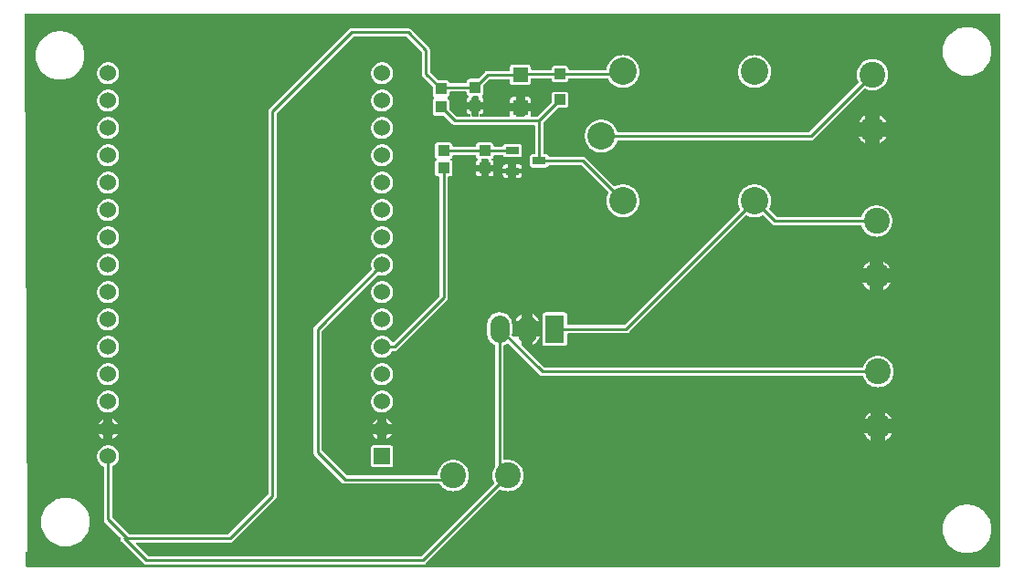
<source format=gtl>
G04 Layer: TopLayer*
G04 EasyEDA v6.4.20.6, 2021-07-28T17:52:38+05:30*
G04 7673a310b3b046d6880bcf56e2675785,cb7c4d428bdd4184835f340970a17a1a,10*
G04 Gerber Generator version 0.2*
G04 Scale: 100 percent, Rotated: No, Reflected: No *
G04 Dimensions in millimeters *
G04 leading zeros omitted , absolute positions ,4 integer and 5 decimal *
%FSLAX45Y45*%
%MOMM*%

%ADD10C,0.2540*%
%ADD11R,1.4000X1.4000*%
%ADD12R,1.0000X1.0000*%
%ADD13R,1.2500X0.7000*%
%ADD14R,1.1000X1.0000*%
%ADD15R,1.0008X1.0998*%
%ADD16R,1.5240X1.5240*%
%ADD17C,1.5240*%
%ADD18C,2.4000*%
%ADD19C,2.5400*%
%ADD20R,1.8000X2.6000*%
%ADD21C,1.8000*%

%LPD*%
G36*
X2004060Y2540000D02*
G01*
X2000148Y2540762D01*
X1996897Y2542997D01*
X1994662Y2546248D01*
X1993900Y2550160D01*
X1993900Y2675483D01*
X1994662Y2679395D01*
X1996897Y2682697D01*
X2005888Y2691688D01*
X2006600Y2693416D01*
X1981707Y7583728D01*
X1981707Y7670292D01*
X1982470Y7674203D01*
X1984705Y7677454D01*
X1987956Y7679690D01*
X1991868Y7680452D01*
X11013440Y7680452D01*
X11017351Y7679690D01*
X11020602Y7677454D01*
X11022838Y7674203D01*
X11023600Y7670292D01*
X11023600Y2550160D01*
X11022838Y2546248D01*
X11020602Y2542997D01*
X11017351Y2540762D01*
X11013440Y2540000D01*
G37*

%LPC*%
G36*
X3112008Y2564892D02*
G01*
X5676392Y2564892D01*
X5684418Y2565704D01*
X5691632Y2567889D01*
X5698337Y2571445D01*
X5704535Y2576576D01*
X6386880Y3258870D01*
X6390538Y3261207D01*
X6394805Y3261817D01*
X6398971Y3260598D01*
X6401003Y3259480D01*
X6416090Y3253181D01*
X6431838Y3248660D01*
X6447942Y3245916D01*
X6464300Y3245002D01*
X6480657Y3245916D01*
X6496761Y3248660D01*
X6512509Y3253181D01*
X6527596Y3259480D01*
X6541922Y3267354D01*
X6555282Y3276854D01*
X6567474Y3287725D01*
X6578346Y3299917D01*
X6587845Y3313277D01*
X6595719Y3327603D01*
X6602018Y3342690D01*
X6606540Y3358438D01*
X6609283Y3374542D01*
X6610197Y3390900D01*
X6609283Y3407257D01*
X6606540Y3423361D01*
X6602018Y3439109D01*
X6595719Y3454196D01*
X6587845Y3468522D01*
X6578346Y3481882D01*
X6567474Y3494074D01*
X6555282Y3504946D01*
X6541922Y3514445D01*
X6527596Y3522319D01*
X6512509Y3528618D01*
X6496761Y3533140D01*
X6480657Y3535883D01*
X6464300Y3536797D01*
X6447942Y3535883D01*
X6436563Y3533952D01*
X6432194Y3534156D01*
X6428282Y3536187D01*
X6425641Y3539693D01*
X6424676Y3543960D01*
X6424676Y4594301D01*
X6425488Y4598212D01*
X6427724Y4601565D01*
X6431127Y4603750D01*
X6435445Y4605426D01*
X6448196Y4612436D01*
X6454292Y4616907D01*
X6457492Y4618431D01*
X6461048Y4618786D01*
X6464503Y4617872D01*
X6467449Y4615840D01*
X6754164Y4329176D01*
X6760362Y4324045D01*
X6767068Y4320489D01*
X6774281Y4318304D01*
X6782308Y4317492D01*
X9745167Y4317492D01*
X9749434Y4316577D01*
X9752888Y4313936D01*
X9754971Y4310126D01*
X9755581Y4307890D01*
X9761880Y4292803D01*
X9769754Y4278477D01*
X9779254Y4265117D01*
X9790125Y4252925D01*
X9802317Y4242054D01*
X9815677Y4232554D01*
X9830003Y4224680D01*
X9845090Y4218381D01*
X9860838Y4213860D01*
X9876942Y4211116D01*
X9893300Y4210202D01*
X9909657Y4211116D01*
X9925761Y4213860D01*
X9941509Y4218381D01*
X9956596Y4224680D01*
X9970922Y4232554D01*
X9984282Y4242054D01*
X9996474Y4252925D01*
X10007346Y4265117D01*
X10016845Y4278477D01*
X10024719Y4292803D01*
X10031018Y4307890D01*
X10035540Y4323638D01*
X10038283Y4339742D01*
X10039197Y4356100D01*
X10038283Y4372457D01*
X10035540Y4388561D01*
X10031018Y4404309D01*
X10024719Y4419396D01*
X10016845Y4433722D01*
X10007346Y4447082D01*
X9996474Y4459274D01*
X9984282Y4470146D01*
X9970922Y4479645D01*
X9956596Y4487519D01*
X9941509Y4493818D01*
X9925761Y4498340D01*
X9909657Y4501083D01*
X9893300Y4501997D01*
X9876942Y4501083D01*
X9860838Y4498340D01*
X9845090Y4493818D01*
X9830003Y4487519D01*
X9815677Y4479645D01*
X9802317Y4470146D01*
X9790125Y4459274D01*
X9779254Y4447082D01*
X9769754Y4433722D01*
X9761880Y4419396D01*
X9755581Y4404309D01*
X9754971Y4402074D01*
X9752888Y4398264D01*
X9749434Y4395622D01*
X9745167Y4394708D01*
X6802018Y4394708D01*
X6798106Y4395470D01*
X6794804Y4397705D01*
X6595719Y4596790D01*
X6593535Y4600092D01*
X6592773Y4603953D01*
X6592773Y4677968D01*
X6525818Y4677968D01*
X6522669Y4676597D01*
X6519265Y4676394D01*
X6515963Y4677359D01*
X6513169Y4679340D01*
X6504076Y4688433D01*
X6501739Y4692040D01*
X6501130Y4696256D01*
X6501993Y4710633D01*
X6501993Y4789982D01*
X6501079Y4804816D01*
X6498336Y4819142D01*
X6493865Y4832959D01*
X6487668Y4846116D01*
X6479844Y4858410D01*
X6470599Y4869637D01*
X6459982Y4879594D01*
X6448196Y4888128D01*
X6435445Y4895138D01*
X6421932Y4900523D01*
X6407810Y4904130D01*
X6393383Y4905959D01*
X6378803Y4905959D01*
X6364376Y4904130D01*
X6350304Y4900523D01*
X6336741Y4895138D01*
X6323990Y4888128D01*
X6312255Y4879594D01*
X6301638Y4869637D01*
X6292342Y4858410D01*
X6284569Y4846116D01*
X6278372Y4832959D01*
X6273850Y4819142D01*
X6271107Y4804816D01*
X6270193Y4789982D01*
X6270193Y4710633D01*
X6271107Y4695799D01*
X6273850Y4681474D01*
X6278372Y4667656D01*
X6284569Y4654448D01*
X6292342Y4642205D01*
X6301638Y4630978D01*
X6312255Y4621022D01*
X6323990Y4612436D01*
X6336741Y4605426D01*
X6341059Y4603750D01*
X6344412Y4601565D01*
X6346698Y4598212D01*
X6347460Y4594301D01*
X6347460Y3481222D01*
X6347002Y3478123D01*
X6345631Y3475329D01*
X6340754Y3468522D01*
X6332880Y3454196D01*
X6326581Y3439109D01*
X6322060Y3423361D01*
X6319316Y3407257D01*
X6318402Y3390900D01*
X6319316Y3374542D01*
X6322060Y3358438D01*
X6326581Y3342690D01*
X6332880Y3327603D01*
X6333998Y3325571D01*
X6335217Y3321405D01*
X6334607Y3317138D01*
X6332270Y3313480D01*
X5663895Y2645105D01*
X5660593Y2642870D01*
X5656681Y2642108D01*
X3131718Y2642108D01*
X3127806Y2642870D01*
X3124504Y2645105D01*
X3018840Y2750769D01*
X3016656Y2754020D01*
X3015894Y2757932D01*
X3016656Y2761843D01*
X3018840Y2765094D01*
X3022142Y2767330D01*
X3026054Y2768092D01*
X3885692Y2768092D01*
X3893718Y2768904D01*
X3900932Y2771089D01*
X3907637Y2774645D01*
X3913835Y2779776D01*
X4306824Y3172764D01*
X4311954Y3178962D01*
X4315510Y3185668D01*
X4317695Y3192881D01*
X4318508Y3200908D01*
X4318508Y6748881D01*
X4319270Y6752793D01*
X4321505Y6756095D01*
X5029504Y7464094D01*
X5032806Y7466330D01*
X5036718Y7467092D01*
X5516981Y7467092D01*
X5520893Y7466330D01*
X5524195Y7464094D01*
X5660694Y7327595D01*
X5662930Y7324293D01*
X5663692Y7320381D01*
X5663692Y7120128D01*
X5664504Y7112101D01*
X5666689Y7104888D01*
X5670245Y7098182D01*
X5675376Y7091984D01*
X5763056Y7004253D01*
X5765292Y7000951D01*
X5766054Y6997039D01*
X5766054Y6925513D01*
X5766765Y6919163D01*
X5768695Y6913727D01*
X5771743Y6908800D01*
X5776671Y6903923D01*
X5778855Y6900621D01*
X5779617Y6895490D01*
X5778855Y6891578D01*
X5776671Y6888276D01*
X5771743Y6883400D01*
X5768695Y6878472D01*
X5766765Y6873036D01*
X5766054Y6866686D01*
X5766054Y6757873D01*
X5766765Y6751523D01*
X5768695Y6746087D01*
X5771743Y6741159D01*
X5775858Y6737096D01*
X5780735Y6733997D01*
X5786221Y6732117D01*
X5792520Y6731355D01*
X5864098Y6731355D01*
X5867958Y6730593D01*
X5871260Y6728409D01*
X5941466Y6658203D01*
X5947664Y6653123D01*
X5954369Y6649567D01*
X5961583Y6647332D01*
X5969609Y6646570D01*
X6705600Y6646570D01*
X6709511Y6645808D01*
X6712762Y6643573D01*
X6714998Y6640271D01*
X6715759Y6636410D01*
X6715759Y6382969D01*
X6714998Y6379057D01*
X6712762Y6375806D01*
X6709511Y6373571D01*
X6705600Y6372809D01*
X6692442Y6372809D01*
X6686092Y6372098D01*
X6680657Y6370167D01*
X6675729Y6367119D01*
X6671665Y6363004D01*
X6668566Y6358128D01*
X6666687Y6352641D01*
X6665975Y6346342D01*
X6665975Y6277457D01*
X6666687Y6271158D01*
X6668566Y6265672D01*
X6671665Y6260795D01*
X6675729Y6256680D01*
X6680657Y6253632D01*
X6686092Y6251702D01*
X6692442Y6250990D01*
X6816293Y6250990D01*
X6822643Y6251702D01*
X6828078Y6253632D01*
X6833006Y6256680D01*
X6837070Y6260795D01*
X6842556Y6270040D01*
X6845960Y6272428D01*
X6850024Y6273292D01*
X7137400Y6273292D01*
X7141260Y6272530D01*
X7144562Y6270294D01*
X7391806Y6023102D01*
X7394194Y6019393D01*
X7394752Y6015024D01*
X7393431Y6010808D01*
X7392670Y6009538D01*
X7385913Y5994095D01*
X7380884Y5978042D01*
X7377684Y5961481D01*
X7376261Y5944717D01*
X7376718Y5927852D01*
X7379055Y5911189D01*
X7383170Y5894832D01*
X7389114Y5879084D01*
X7396683Y5864047D01*
X7405928Y5849924D01*
X7416596Y5836920D01*
X7428687Y5825185D01*
X7441996Y5814822D01*
X7456322Y5806033D01*
X7471562Y5798820D01*
X7487513Y5793384D01*
X7503922Y5789676D01*
X7520686Y5787847D01*
X7537500Y5787847D01*
X7554264Y5789676D01*
X7570724Y5793384D01*
X7586624Y5798820D01*
X7601864Y5806033D01*
X7616240Y5814822D01*
X7629499Y5825185D01*
X7641590Y5836920D01*
X7652308Y5849924D01*
X7661503Y5864047D01*
X7669123Y5879084D01*
X7675016Y5894832D01*
X7679181Y5911189D01*
X7681468Y5927852D01*
X7681925Y5944717D01*
X7680553Y5961481D01*
X7677302Y5978042D01*
X7672273Y5994095D01*
X7665516Y6009538D01*
X7657084Y6024118D01*
X7647127Y6037681D01*
X7635697Y6050076D01*
X7622997Y6061151D01*
X7609179Y6070752D01*
X7594346Y6078778D01*
X7578750Y6085078D01*
X7562545Y6089700D01*
X7545933Y6092444D01*
X7529118Y6093358D01*
X7512303Y6092444D01*
X7495692Y6089700D01*
X7479436Y6085078D01*
X7463840Y6078778D01*
X7458506Y6075883D01*
X7454341Y6074664D01*
X7450124Y6075273D01*
X7446467Y6077610D01*
X7185253Y6338824D01*
X7179005Y6343954D01*
X7172350Y6347510D01*
X7165136Y6349695D01*
X7157110Y6350508D01*
X6850024Y6350508D01*
X6845960Y6351371D01*
X6842556Y6353759D01*
X6840169Y6358128D01*
X6837070Y6363004D01*
X6833006Y6367119D01*
X6828078Y6370167D01*
X6822643Y6372098D01*
X6816293Y6372809D01*
X6803136Y6372809D01*
X6799224Y6373571D01*
X6795973Y6375806D01*
X6793738Y6379057D01*
X6792975Y6382969D01*
X6792975Y6664959D01*
X6793738Y6668871D01*
X6795973Y6672173D01*
X6922617Y6798818D01*
X6925919Y6801002D01*
X6929780Y6801815D01*
X6996328Y6801815D01*
X7002627Y6802526D01*
X7008114Y6804406D01*
X7012990Y6807504D01*
X7017105Y6811568D01*
X7020204Y6816496D01*
X7022084Y6821931D01*
X7022795Y6828281D01*
X7022795Y6927138D01*
X7022084Y6933438D01*
X7020204Y6938924D01*
X7017105Y6943801D01*
X7012990Y6947916D01*
X7008114Y6950964D01*
X7002627Y6952894D01*
X6996328Y6953605D01*
X6897471Y6953605D01*
X6891172Y6952894D01*
X6885686Y6950964D01*
X6880809Y6947916D01*
X6876694Y6943801D01*
X6873595Y6938924D01*
X6871716Y6933438D01*
X6871004Y6927138D01*
X6871004Y6860590D01*
X6870242Y6856730D01*
X6868007Y6853428D01*
X6741363Y6726783D01*
X6738061Y6724548D01*
X6734149Y6723786D01*
X6684009Y6723786D01*
X6679895Y6724650D01*
X6676440Y6727190D01*
X6674358Y6730847D01*
X6673951Y6735064D01*
X6674510Y6740144D01*
X6674510Y6768236D01*
X6619951Y6768236D01*
X6619951Y6733946D01*
X6619189Y6730034D01*
X6616953Y6726783D01*
X6613702Y6724548D01*
X6609791Y6723786D01*
X6547408Y6723786D01*
X6543497Y6724548D01*
X6540246Y6726783D01*
X6538010Y6730034D01*
X6537248Y6733946D01*
X6537248Y6768236D01*
X6482689Y6768236D01*
X6482689Y6740144D01*
X6483248Y6735064D01*
X6482842Y6730847D01*
X6480759Y6727190D01*
X6477304Y6724650D01*
X6473190Y6723786D01*
X6209741Y6723786D01*
X6205474Y6724700D01*
X6202019Y6727342D01*
X6199936Y6731203D01*
X6199733Y6735572D01*
X6201308Y6739636D01*
X6204458Y6742633D01*
X6208623Y6744055D01*
X6215278Y6744817D01*
X6220764Y6746697D01*
X6225641Y6749796D01*
X6229756Y6753859D01*
X6232804Y6758787D01*
X6234734Y6764223D01*
X6235446Y6770573D01*
X6235446Y6791147D01*
X6190894Y6791147D01*
X6190894Y6733946D01*
X6190081Y6730034D01*
X6187897Y6726783D01*
X6184595Y6724548D01*
X6180734Y6723786D01*
X6138316Y6723786D01*
X6134404Y6724548D01*
X6131102Y6726783D01*
X6128918Y6730034D01*
X6128156Y6733946D01*
X6128156Y6791147D01*
X6083554Y6791147D01*
X6083554Y6770573D01*
X6084265Y6764223D01*
X6086195Y6758787D01*
X6089243Y6753859D01*
X6093358Y6749796D01*
X6098235Y6746697D01*
X6103721Y6744817D01*
X6110376Y6744055D01*
X6114542Y6742633D01*
X6117691Y6739636D01*
X6119266Y6735572D01*
X6119063Y6731203D01*
X6116980Y6727342D01*
X6113526Y6724700D01*
X6109258Y6723786D01*
X5989320Y6723786D01*
X5985408Y6724548D01*
X5982106Y6726783D01*
X5920943Y6787946D01*
X5918708Y6791248D01*
X5917946Y6795160D01*
X5917946Y6866686D01*
X5917234Y6873036D01*
X5915304Y6878472D01*
X5912256Y6883400D01*
X5907328Y6888276D01*
X5905144Y6891578D01*
X5904382Y6896709D01*
X5905144Y6900621D01*
X5907328Y6903923D01*
X5912256Y6908800D01*
X5915304Y6913727D01*
X5917234Y6919163D01*
X5917946Y6925513D01*
X5917946Y6943852D01*
X5918708Y6947763D01*
X5920943Y6951014D01*
X5924194Y6953250D01*
X5928106Y6954012D01*
X6073394Y6954012D01*
X6077305Y6953250D01*
X6080556Y6951014D01*
X6082792Y6947763D01*
X6083554Y6943852D01*
X6083554Y6938213D01*
X6084265Y6931863D01*
X6086195Y6926427D01*
X6089243Y6921500D01*
X6094171Y6916623D01*
X6096355Y6913321D01*
X6097117Y6908190D01*
X6096355Y6904278D01*
X6094171Y6900976D01*
X6089243Y6896100D01*
X6086195Y6891172D01*
X6084265Y6885736D01*
X6083554Y6879386D01*
X6083554Y6858812D01*
X6128156Y6858812D01*
X6128156Y6901535D01*
X6128918Y6905447D01*
X6131102Y6908749D01*
X6134404Y6910933D01*
X6138316Y6911695D01*
X6180734Y6911695D01*
X6184595Y6910933D01*
X6187897Y6908749D01*
X6190081Y6905447D01*
X6190894Y6901535D01*
X6190894Y6858812D01*
X6235446Y6858812D01*
X6235446Y6879386D01*
X6234734Y6885736D01*
X6232804Y6891172D01*
X6229756Y6896100D01*
X6224828Y6900976D01*
X6222644Y6904278D01*
X6221882Y6909409D01*
X6222644Y6913321D01*
X6224828Y6916623D01*
X6229756Y6921500D01*
X6232804Y6926427D01*
X6234734Y6931863D01*
X6235446Y6938213D01*
X6235446Y7009739D01*
X6236208Y7013651D01*
X6238443Y7016953D01*
X6289497Y7068007D01*
X6292799Y7070242D01*
X6296660Y7071004D01*
X6472529Y7071004D01*
X6476441Y7070242D01*
X6479692Y7068007D01*
X6481927Y7064705D01*
X6482689Y7060844D01*
X6482689Y7040168D01*
X6483400Y7033869D01*
X6485331Y7028383D01*
X6488379Y7023506D01*
X6492494Y7019391D01*
X6497370Y7016292D01*
X6502857Y7014413D01*
X6509156Y7013702D01*
X6648043Y7013702D01*
X6654342Y7014413D01*
X6659829Y7016292D01*
X6664706Y7019391D01*
X6668820Y7023506D01*
X6671868Y7028383D01*
X6673799Y7033869D01*
X6674510Y7040168D01*
X6674510Y7068921D01*
X6675272Y7072782D01*
X6677507Y7076084D01*
X6680758Y7078319D01*
X6684670Y7079081D01*
X6860844Y7079081D01*
X6864502Y7078421D01*
X6867652Y7076440D01*
X6869887Y7073493D01*
X6870953Y7069886D01*
X6871716Y7061860D01*
X6873595Y7056475D01*
X6876694Y7051598D01*
X6880809Y7047484D01*
X6885686Y7044436D01*
X6891172Y7042505D01*
X6897471Y7041794D01*
X6996328Y7041794D01*
X7002627Y7042505D01*
X7008114Y7044436D01*
X7012990Y7047484D01*
X7017105Y7051598D01*
X7020204Y7056475D01*
X7022084Y7061860D01*
X7022846Y7069886D01*
X7023912Y7073493D01*
X7026148Y7076440D01*
X7029297Y7078421D01*
X7032955Y7079081D01*
X7382814Y7079081D01*
X7386472Y7078421D01*
X7389672Y7076440D01*
X7391908Y7073493D01*
X7396683Y7064044D01*
X7405928Y7049922D01*
X7416596Y7036917D01*
X7428687Y7025182D01*
X7441996Y7014819D01*
X7456322Y7006031D01*
X7471562Y6998817D01*
X7487513Y6993381D01*
X7503922Y6989673D01*
X7520686Y6987844D01*
X7537500Y6987844D01*
X7554264Y6989673D01*
X7570724Y6993381D01*
X7586624Y6998817D01*
X7601864Y7006031D01*
X7616240Y7014819D01*
X7629499Y7025182D01*
X7641590Y7036917D01*
X7652308Y7049922D01*
X7661503Y7064044D01*
X7669123Y7079081D01*
X7675016Y7094829D01*
X7679181Y7111187D01*
X7681468Y7127849D01*
X7681925Y7144715D01*
X7680553Y7161479D01*
X7677302Y7178040D01*
X7672273Y7194092D01*
X7665516Y7209536D01*
X7657084Y7224115D01*
X7647127Y7237679D01*
X7635697Y7250074D01*
X7622997Y7261148D01*
X7609179Y7270750D01*
X7594346Y7278776D01*
X7578750Y7285075D01*
X7562545Y7289698D01*
X7545933Y7292441D01*
X7529118Y7293356D01*
X7512303Y7292441D01*
X7495692Y7289698D01*
X7479436Y7285075D01*
X7463840Y7278776D01*
X7449058Y7270750D01*
X7435189Y7261148D01*
X7422489Y7250074D01*
X7411059Y7237679D01*
X7401102Y7224115D01*
X7392670Y7209536D01*
X7385913Y7194092D01*
X7380884Y7178040D01*
X7378242Y7164527D01*
X7377023Y7161275D01*
X7374737Y7158634D01*
X7371689Y7156907D01*
X7368286Y7156297D01*
X7032955Y7156297D01*
X7029297Y7156958D01*
X7026148Y7158939D01*
X7023912Y7161885D01*
X7022846Y7165492D01*
X7022084Y7173518D01*
X7020204Y7178903D01*
X7017105Y7183831D01*
X7012990Y7187895D01*
X7008114Y7190994D01*
X7002627Y7192873D01*
X6996328Y7193584D01*
X6897471Y7193584D01*
X6891172Y7192873D01*
X6885686Y7190994D01*
X6880809Y7187895D01*
X6876694Y7183831D01*
X6873595Y7178903D01*
X6871716Y7173518D01*
X6870953Y7165492D01*
X6869887Y7161885D01*
X6867652Y7158939D01*
X6864502Y7156958D01*
X6860844Y7156297D01*
X6684670Y7156297D01*
X6680758Y7157059D01*
X6677507Y7159294D01*
X6675272Y7162546D01*
X6674510Y7166457D01*
X6674510Y7179005D01*
X6673799Y7185355D01*
X6671868Y7190790D01*
X6668820Y7195718D01*
X6664706Y7199782D01*
X6659829Y7202881D01*
X6654342Y7204811D01*
X6648043Y7205522D01*
X6509156Y7205522D01*
X6502857Y7204811D01*
X6497370Y7202881D01*
X6492494Y7199782D01*
X6488379Y7195718D01*
X6485331Y7190790D01*
X6483400Y7185355D01*
X6482689Y7179005D01*
X6482689Y7158380D01*
X6481927Y7154468D01*
X6479692Y7151166D01*
X6476441Y7148982D01*
X6472529Y7148220D01*
X6277000Y7148220D01*
X6268974Y7147407D01*
X6261709Y7145223D01*
X6255054Y7141667D01*
X6248806Y7136536D01*
X6188760Y7076490D01*
X6185458Y7074306D01*
X6181598Y7073493D01*
X6110020Y7073493D01*
X6103721Y7072782D01*
X6098235Y7070902D01*
X6093358Y7067803D01*
X6089243Y7063740D01*
X6086195Y7058812D01*
X6084265Y7053376D01*
X6083554Y7047026D01*
X6083554Y7041388D01*
X6082792Y7037476D01*
X6080556Y7034225D01*
X6077305Y7031990D01*
X6073394Y7031228D01*
X5927394Y7031228D01*
X5923737Y7031888D01*
X5920587Y7033818D01*
X5918352Y7036714D01*
X5917234Y7040676D01*
X5915304Y7046112D01*
X5912256Y7051040D01*
X5908141Y7055103D01*
X5903264Y7058202D01*
X5897778Y7060082D01*
X5891479Y7060793D01*
X5819902Y7060793D01*
X5816041Y7061606D01*
X5812739Y7063790D01*
X5743905Y7132624D01*
X5741670Y7135926D01*
X5740908Y7139838D01*
X5740908Y7340092D01*
X5740095Y7348118D01*
X5737910Y7355331D01*
X5734354Y7362037D01*
X5729224Y7368235D01*
X5564835Y7532624D01*
X5558637Y7537754D01*
X5551932Y7541310D01*
X5544718Y7543495D01*
X5536692Y7544308D01*
X5017008Y7544308D01*
X5008981Y7543495D01*
X5001768Y7541310D01*
X4995062Y7537754D01*
X4988864Y7532624D01*
X4252976Y6796735D01*
X4247845Y6790537D01*
X4244289Y6783831D01*
X4242104Y6776618D01*
X4241292Y6768592D01*
X4241292Y3220618D01*
X4240530Y3216706D01*
X4238294Y3213404D01*
X3873195Y2848305D01*
X3869893Y2846070D01*
X3865981Y2845308D01*
X2953969Y2845308D01*
X2950108Y2846070D01*
X2946806Y2848305D01*
X2797505Y2997606D01*
X2795270Y3000908D01*
X2794508Y3004769D01*
X2794508Y3467709D01*
X2795168Y3471214D01*
X2796997Y3474313D01*
X2799791Y3476599D01*
X2810814Y3482644D01*
X2821787Y3490722D01*
X2831592Y3500221D01*
X2840075Y3510940D01*
X2847035Y3522675D01*
X2852318Y3535222D01*
X2855925Y3548379D01*
X2857754Y3561892D01*
X2857754Y3575507D01*
X2855925Y3589020D01*
X2852318Y3602177D01*
X2847035Y3614724D01*
X2840075Y3626459D01*
X2831592Y3637178D01*
X2821787Y3646678D01*
X2810814Y3654755D01*
X2798876Y3661308D01*
X2786126Y3666185D01*
X2772867Y3669385D01*
X2759303Y3670706D01*
X2745689Y3670249D01*
X2732227Y3668014D01*
X2719222Y3663950D01*
X2706827Y3658209D01*
X2695346Y3650894D01*
X2684932Y3642106D01*
X2675788Y3631946D01*
X2668066Y3620719D01*
X2661920Y3608578D01*
X2657449Y3595674D01*
X2654706Y3582314D01*
X2653792Y3568700D01*
X2654706Y3555085D01*
X2657449Y3541725D01*
X2661920Y3528822D01*
X2668066Y3516680D01*
X2675788Y3505454D01*
X2684932Y3495294D01*
X2695346Y3486505D01*
X2706827Y3479190D01*
X2711399Y3477056D01*
X2714498Y3474821D01*
X2716580Y3471621D01*
X2717292Y3467862D01*
X2717292Y2985058D01*
X2718104Y2977032D01*
X2720289Y2969818D01*
X2723845Y2963164D01*
X2728976Y2956915D01*
X2867202Y2818688D01*
X2869590Y2814929D01*
X2870098Y2810510D01*
X2869742Y2806700D01*
X2870504Y2799181D01*
X2872689Y2791968D01*
X2876245Y2785262D01*
X2881376Y2779064D01*
X3083864Y2576576D01*
X3090062Y2571445D01*
X3096768Y2567889D01*
X3103981Y2565704D01*
G37*
G36*
X10718800Y2669692D02*
G01*
X10739628Y2670657D01*
X10760303Y2673553D01*
X10780623Y2678328D01*
X10800384Y2684932D01*
X10819485Y2693365D01*
X10837722Y2703525D01*
X10854944Y2715310D01*
X10870996Y2728671D01*
X10885728Y2743403D01*
X10899089Y2759456D01*
X10910874Y2776677D01*
X10921034Y2794914D01*
X10929467Y2814015D01*
X10936071Y2833776D01*
X10940846Y2854096D01*
X10943742Y2874772D01*
X10944707Y2895600D01*
X10943742Y2916428D01*
X10940846Y2937103D01*
X10936071Y2957423D01*
X10929467Y2977184D01*
X10921034Y2996285D01*
X10910874Y3014522D01*
X10899089Y3031744D01*
X10885728Y3047796D01*
X10870996Y3062528D01*
X10854944Y3075889D01*
X10837722Y3087674D01*
X10819485Y3097834D01*
X10800384Y3106267D01*
X10780623Y3112871D01*
X10760303Y3117646D01*
X10739628Y3120542D01*
X10718800Y3121507D01*
X10697972Y3120542D01*
X10677296Y3117646D01*
X10656976Y3112871D01*
X10637215Y3106267D01*
X10618114Y3097834D01*
X10599877Y3087674D01*
X10582656Y3075889D01*
X10566603Y3062528D01*
X10551871Y3047796D01*
X10538510Y3031744D01*
X10526725Y3014522D01*
X10516565Y2996285D01*
X10508132Y2977184D01*
X10501528Y2957423D01*
X10496753Y2937103D01*
X10493857Y2916428D01*
X10492892Y2895600D01*
X10493857Y2874772D01*
X10496753Y2854096D01*
X10501528Y2833776D01*
X10508132Y2814015D01*
X10516565Y2794914D01*
X10526725Y2776677D01*
X10538510Y2759456D01*
X10551871Y2743403D01*
X10566603Y2728671D01*
X10582656Y2715310D01*
X10599877Y2703525D01*
X10618114Y2693365D01*
X10637215Y2684932D01*
X10656976Y2678328D01*
X10677296Y2673553D01*
X10697972Y2670657D01*
G37*
G36*
X2362200Y2733192D02*
G01*
X2383028Y2734157D01*
X2403703Y2737053D01*
X2424023Y2741828D01*
X2443784Y2748432D01*
X2462885Y2756865D01*
X2481122Y2767025D01*
X2498344Y2778810D01*
X2514396Y2792171D01*
X2529128Y2806903D01*
X2542489Y2822956D01*
X2554274Y2840177D01*
X2564434Y2858414D01*
X2572867Y2877515D01*
X2579471Y2897276D01*
X2584246Y2917596D01*
X2587142Y2938272D01*
X2588107Y2959100D01*
X2587142Y2979928D01*
X2584246Y3000603D01*
X2579471Y3020923D01*
X2572867Y3040684D01*
X2564434Y3059785D01*
X2554274Y3078022D01*
X2542489Y3095244D01*
X2529128Y3111296D01*
X2514396Y3126028D01*
X2498344Y3139389D01*
X2481122Y3151174D01*
X2462885Y3161334D01*
X2443784Y3169767D01*
X2424023Y3176371D01*
X2403703Y3181146D01*
X2383028Y3184042D01*
X2362200Y3185007D01*
X2341372Y3184042D01*
X2320696Y3181146D01*
X2300376Y3176371D01*
X2280615Y3169767D01*
X2261514Y3161334D01*
X2243277Y3151174D01*
X2226056Y3139389D01*
X2210003Y3126028D01*
X2195271Y3111296D01*
X2181910Y3095244D01*
X2170125Y3078022D01*
X2159965Y3059785D01*
X2151532Y3040684D01*
X2144928Y3020923D01*
X2140153Y3000603D01*
X2137257Y2979928D01*
X2136292Y2959100D01*
X2137257Y2938272D01*
X2140153Y2917596D01*
X2144928Y2897276D01*
X2151532Y2877515D01*
X2159965Y2858414D01*
X2170125Y2840177D01*
X2181910Y2822956D01*
X2195271Y2806903D01*
X2210003Y2792171D01*
X2226056Y2778810D01*
X2243277Y2767025D01*
X2261514Y2756865D01*
X2280615Y2748432D01*
X2300376Y2741828D01*
X2320696Y2737053D01*
X2341372Y2734157D01*
G37*
G36*
X5956300Y3245002D02*
G01*
X5972657Y3245916D01*
X5988761Y3248660D01*
X6004509Y3253181D01*
X6019596Y3259480D01*
X6033922Y3267354D01*
X6047282Y3276854D01*
X6059474Y3287725D01*
X6070346Y3299917D01*
X6079845Y3313277D01*
X6087719Y3327603D01*
X6094018Y3342690D01*
X6098540Y3358438D01*
X6101283Y3374542D01*
X6102197Y3390900D01*
X6101283Y3407257D01*
X6098540Y3423361D01*
X6094018Y3439109D01*
X6087719Y3454196D01*
X6079845Y3468522D01*
X6070346Y3481882D01*
X6059474Y3494074D01*
X6047282Y3504946D01*
X6033922Y3514445D01*
X6019596Y3522319D01*
X6004509Y3528618D01*
X5988761Y3533140D01*
X5972657Y3535883D01*
X5956300Y3536797D01*
X5939942Y3535883D01*
X5923838Y3533140D01*
X5908090Y3528618D01*
X5893003Y3522319D01*
X5878677Y3514445D01*
X5865317Y3504946D01*
X5853125Y3494074D01*
X5842254Y3481882D01*
X5832754Y3468522D01*
X5824880Y3454196D01*
X5818581Y3439109D01*
X5814060Y3423361D01*
X5811316Y3407257D01*
X5810961Y3401009D01*
X5810046Y3397300D01*
X5807811Y3394201D01*
X5804611Y3392119D01*
X5800852Y3391408D01*
X4973218Y3391408D01*
X4969306Y3392170D01*
X4966004Y3394405D01*
X4740605Y3619804D01*
X4738370Y3623106D01*
X4737608Y3627018D01*
X4737608Y4729581D01*
X4738370Y4733493D01*
X4740605Y4736795D01*
X5251856Y5248046D01*
X5254853Y5250129D01*
X5258409Y5250992D01*
X5262016Y5250535D01*
X5272227Y5247386D01*
X5285689Y5245150D01*
X5299303Y5244693D01*
X5312867Y5246014D01*
X5326126Y5249214D01*
X5338876Y5254091D01*
X5350814Y5260644D01*
X5361787Y5268722D01*
X5371592Y5278221D01*
X5380075Y5288940D01*
X5387035Y5300675D01*
X5392318Y5313222D01*
X5395925Y5326380D01*
X5397754Y5339892D01*
X5397754Y5353507D01*
X5395925Y5367020D01*
X5392318Y5380177D01*
X5387035Y5392724D01*
X5380075Y5404459D01*
X5371592Y5415178D01*
X5361787Y5424678D01*
X5350814Y5432755D01*
X5338876Y5439308D01*
X5326126Y5444185D01*
X5312867Y5447385D01*
X5299303Y5448706D01*
X5285689Y5448249D01*
X5272227Y5446014D01*
X5259222Y5441950D01*
X5246827Y5436209D01*
X5235346Y5428894D01*
X5224932Y5420106D01*
X5215788Y5409946D01*
X5208066Y5398719D01*
X5201920Y5386578D01*
X5197449Y5373674D01*
X5194706Y5360314D01*
X5193792Y5346700D01*
X5194706Y5333085D01*
X5197449Y5319725D01*
X5199684Y5313222D01*
X5200243Y5309463D01*
X5199430Y5305806D01*
X5197297Y5302707D01*
X4672076Y4777435D01*
X4666945Y4771237D01*
X4663389Y4764532D01*
X4661204Y4757318D01*
X4660392Y4749292D01*
X4660392Y3607308D01*
X4661204Y3599281D01*
X4663389Y3592068D01*
X4666945Y3585362D01*
X4672076Y3579164D01*
X4925364Y3325876D01*
X4931562Y3320745D01*
X4938268Y3317189D01*
X4945481Y3315004D01*
X4953508Y3314192D01*
X5826861Y3314192D01*
X5830062Y3313684D01*
X5832906Y3312210D01*
X5835142Y3309924D01*
X5842254Y3299917D01*
X5853125Y3287725D01*
X5865317Y3276854D01*
X5878677Y3267354D01*
X5893003Y3259480D01*
X5908090Y3253181D01*
X5923838Y3248660D01*
X5939942Y3245916D01*
G37*
G36*
X5220258Y3466592D02*
G01*
X5371541Y3466592D01*
X5377840Y3467303D01*
X5383326Y3469233D01*
X5388203Y3472281D01*
X5392318Y3476396D01*
X5395366Y3481273D01*
X5397296Y3486759D01*
X5398008Y3493058D01*
X5398008Y3644341D01*
X5397296Y3650640D01*
X5395366Y3656126D01*
X5392318Y3661003D01*
X5388203Y3665118D01*
X5383326Y3668166D01*
X5377840Y3670096D01*
X5371541Y3670808D01*
X5220258Y3670808D01*
X5213959Y3670096D01*
X5208473Y3668166D01*
X5203596Y3665118D01*
X5199481Y3661003D01*
X5196433Y3656126D01*
X5194503Y3650640D01*
X5193792Y3644341D01*
X5193792Y3493058D01*
X5194503Y3486759D01*
X5196433Y3481273D01*
X5199481Y3476396D01*
X5203596Y3472281D01*
X5208473Y3469233D01*
X5213959Y3467303D01*
G37*
G36*
X9959644Y3718356D02*
G01*
X9970922Y3724554D01*
X9984282Y3734054D01*
X9996474Y3744925D01*
X10007346Y3757117D01*
X10016845Y3770477D01*
X10023043Y3781755D01*
X9959644Y3781755D01*
G37*
G36*
X9826955Y3718356D02*
G01*
X9826955Y3781755D01*
X9763556Y3781755D01*
X9769754Y3770477D01*
X9779254Y3757117D01*
X9790125Y3744925D01*
X9802317Y3734054D01*
X9815677Y3724554D01*
G37*
G36*
X5340350Y3730904D02*
G01*
X5350814Y3736644D01*
X5361787Y3744722D01*
X5371592Y3754221D01*
X5380075Y3764940D01*
X5387035Y3776675D01*
X5387695Y3778250D01*
X5340350Y3778250D01*
G37*
G36*
X2800350Y3730904D02*
G01*
X2810814Y3736644D01*
X2821787Y3744722D01*
X2831592Y3754221D01*
X2840075Y3764940D01*
X2847035Y3776675D01*
X2847695Y3778250D01*
X2800350Y3778250D01*
G37*
G36*
X5251450Y3731056D02*
G01*
X5251450Y3778250D01*
X5204256Y3778250D01*
X5208066Y3770680D01*
X5215788Y3759454D01*
X5224932Y3749294D01*
X5235346Y3740505D01*
X5246827Y3733190D01*
G37*
G36*
X2711450Y3731056D02*
G01*
X2711450Y3778250D01*
X2664256Y3778250D01*
X2668066Y3770680D01*
X2675788Y3759454D01*
X2684932Y3749294D01*
X2695346Y3740505D01*
X2706827Y3733190D01*
G37*
G36*
X5204256Y3867150D02*
G01*
X5251450Y3867150D01*
X5251450Y3914343D01*
X5246827Y3912209D01*
X5235346Y3904894D01*
X5224932Y3896106D01*
X5215788Y3885946D01*
X5208066Y3874719D01*
G37*
G36*
X2664256Y3867150D02*
G01*
X2711450Y3867150D01*
X2711450Y3914343D01*
X2706827Y3912209D01*
X2695346Y3904894D01*
X2684932Y3896106D01*
X2675788Y3885946D01*
X2668066Y3874719D01*
G37*
G36*
X5340350Y3867150D02*
G01*
X5387695Y3867150D01*
X5387035Y3868724D01*
X5380075Y3880459D01*
X5371592Y3891178D01*
X5361787Y3900678D01*
X5350814Y3908755D01*
X5340350Y3914495D01*
G37*
G36*
X2800350Y3867150D02*
G01*
X2847695Y3867150D01*
X2847035Y3868724D01*
X2840075Y3880459D01*
X2831592Y3891178D01*
X2821787Y3900678D01*
X2810814Y3908755D01*
X2800350Y3914495D01*
G37*
G36*
X9959644Y3914444D02*
G01*
X10023043Y3914444D01*
X10016845Y3925722D01*
X10007346Y3939082D01*
X9996474Y3951274D01*
X9984282Y3962146D01*
X9970922Y3971645D01*
X9959644Y3977843D01*
G37*
G36*
X9763556Y3914444D02*
G01*
X9826955Y3914444D01*
X9826955Y3977843D01*
X9815677Y3971645D01*
X9802317Y3962146D01*
X9790125Y3951274D01*
X9779254Y3939082D01*
X9769754Y3925722D01*
G37*
G36*
X5299303Y3974693D02*
G01*
X5312867Y3976014D01*
X5326126Y3979214D01*
X5338876Y3984091D01*
X5350814Y3990644D01*
X5361787Y3998722D01*
X5371592Y4008221D01*
X5380075Y4018940D01*
X5387035Y4030675D01*
X5392318Y4043222D01*
X5395925Y4056379D01*
X5397754Y4069892D01*
X5397754Y4083507D01*
X5395925Y4097020D01*
X5392318Y4110177D01*
X5387035Y4122724D01*
X5380075Y4134459D01*
X5371592Y4145178D01*
X5361787Y4154678D01*
X5350814Y4162755D01*
X5338876Y4169308D01*
X5326126Y4174185D01*
X5312867Y4177385D01*
X5299303Y4178706D01*
X5285689Y4178249D01*
X5272227Y4176014D01*
X5259222Y4171950D01*
X5246827Y4166209D01*
X5235346Y4158894D01*
X5224932Y4150106D01*
X5215788Y4139946D01*
X5208066Y4128719D01*
X5201920Y4116578D01*
X5197449Y4103674D01*
X5194706Y4090314D01*
X5193792Y4076700D01*
X5194706Y4063085D01*
X5197449Y4049725D01*
X5201920Y4036822D01*
X5208066Y4024680D01*
X5215788Y4013454D01*
X5224932Y4003294D01*
X5235346Y3994505D01*
X5246827Y3987190D01*
X5259222Y3981450D01*
X5272227Y3977386D01*
X5285689Y3975150D01*
G37*
G36*
X2759303Y3974693D02*
G01*
X2772867Y3976014D01*
X2786126Y3979214D01*
X2798876Y3984091D01*
X2810814Y3990644D01*
X2821787Y3998722D01*
X2831592Y4008221D01*
X2840075Y4018940D01*
X2847035Y4030675D01*
X2852318Y4043222D01*
X2855925Y4056379D01*
X2857754Y4069892D01*
X2857754Y4083507D01*
X2855925Y4097020D01*
X2852318Y4110177D01*
X2847035Y4122724D01*
X2840075Y4134459D01*
X2831592Y4145178D01*
X2821787Y4154678D01*
X2810814Y4162755D01*
X2798876Y4169308D01*
X2786126Y4174185D01*
X2772867Y4177385D01*
X2759303Y4178706D01*
X2745689Y4178249D01*
X2732227Y4176014D01*
X2719222Y4171950D01*
X2706827Y4166209D01*
X2695346Y4158894D01*
X2684932Y4150106D01*
X2675788Y4139946D01*
X2668066Y4128719D01*
X2661920Y4116578D01*
X2657449Y4103674D01*
X2654706Y4090314D01*
X2653792Y4076700D01*
X2654706Y4063085D01*
X2657449Y4049725D01*
X2661920Y4036822D01*
X2668066Y4024680D01*
X2675788Y4013454D01*
X2684932Y4003294D01*
X2695346Y3994505D01*
X2706827Y3987190D01*
X2719222Y3981450D01*
X2732227Y3977386D01*
X2745689Y3975150D01*
G37*
G36*
X5299303Y4228693D02*
G01*
X5312867Y4230014D01*
X5326126Y4233214D01*
X5338876Y4238091D01*
X5350814Y4244644D01*
X5361787Y4252722D01*
X5371592Y4262221D01*
X5380075Y4272940D01*
X5387035Y4284675D01*
X5392318Y4297222D01*
X5395925Y4310380D01*
X5397754Y4323892D01*
X5397754Y4337507D01*
X5395925Y4351020D01*
X5392318Y4364177D01*
X5387035Y4376724D01*
X5380075Y4388459D01*
X5371592Y4399178D01*
X5361787Y4408678D01*
X5350814Y4416755D01*
X5338876Y4423308D01*
X5326126Y4428185D01*
X5312867Y4431385D01*
X5299303Y4432706D01*
X5285689Y4432249D01*
X5272227Y4430014D01*
X5259222Y4425950D01*
X5246827Y4420209D01*
X5235346Y4412894D01*
X5224932Y4404106D01*
X5215788Y4393946D01*
X5208066Y4382719D01*
X5201920Y4370578D01*
X5197449Y4357674D01*
X5194706Y4344314D01*
X5193792Y4330700D01*
X5194706Y4317085D01*
X5197449Y4303725D01*
X5201920Y4290822D01*
X5208066Y4278680D01*
X5215788Y4267454D01*
X5224932Y4257294D01*
X5235346Y4248505D01*
X5246827Y4241190D01*
X5259222Y4235450D01*
X5272227Y4231386D01*
X5285689Y4229150D01*
G37*
G36*
X2759303Y4228693D02*
G01*
X2772867Y4230014D01*
X2786126Y4233214D01*
X2798876Y4238091D01*
X2810814Y4244644D01*
X2821787Y4252722D01*
X2831592Y4262221D01*
X2840075Y4272940D01*
X2847035Y4284675D01*
X2852318Y4297222D01*
X2855925Y4310380D01*
X2857754Y4323892D01*
X2857754Y4337507D01*
X2855925Y4351020D01*
X2852318Y4364177D01*
X2847035Y4376724D01*
X2840075Y4388459D01*
X2831592Y4399178D01*
X2821787Y4408678D01*
X2810814Y4416755D01*
X2798876Y4423308D01*
X2786126Y4428185D01*
X2772867Y4431385D01*
X2759303Y4432706D01*
X2745689Y4432249D01*
X2732227Y4430014D01*
X2719222Y4425950D01*
X2706827Y4420209D01*
X2695346Y4412894D01*
X2684932Y4404106D01*
X2675788Y4393946D01*
X2668066Y4382719D01*
X2661920Y4370578D01*
X2657449Y4357674D01*
X2654706Y4344314D01*
X2653792Y4330700D01*
X2654706Y4317085D01*
X2657449Y4303725D01*
X2661920Y4290822D01*
X2668066Y4278680D01*
X2675788Y4267454D01*
X2684932Y4257294D01*
X2695346Y4248505D01*
X2706827Y4241190D01*
X2719222Y4235450D01*
X2732227Y4231386D01*
X2745689Y4229150D01*
G37*
G36*
X2759303Y4482693D02*
G01*
X2772867Y4484014D01*
X2786126Y4487214D01*
X2798876Y4492091D01*
X2810814Y4498644D01*
X2821787Y4506722D01*
X2831592Y4516221D01*
X2840075Y4526940D01*
X2847035Y4538675D01*
X2852318Y4551222D01*
X2855925Y4564380D01*
X2857754Y4577892D01*
X2857754Y4591507D01*
X2855925Y4605020D01*
X2852318Y4618177D01*
X2847035Y4630724D01*
X2840075Y4642459D01*
X2831592Y4653178D01*
X2821787Y4662678D01*
X2810814Y4670755D01*
X2798876Y4677308D01*
X2786126Y4682185D01*
X2772867Y4685385D01*
X2759303Y4686706D01*
X2745689Y4686249D01*
X2732227Y4684014D01*
X2719222Y4679950D01*
X2706827Y4674209D01*
X2695346Y4666894D01*
X2684932Y4658106D01*
X2675788Y4647946D01*
X2668066Y4636719D01*
X2661920Y4624578D01*
X2657449Y4611674D01*
X2654706Y4598314D01*
X2653792Y4584700D01*
X2654706Y4571085D01*
X2657449Y4557725D01*
X2661920Y4544822D01*
X2668066Y4532680D01*
X2675788Y4521454D01*
X2684932Y4511294D01*
X2695346Y4502505D01*
X2706827Y4495190D01*
X2719222Y4489450D01*
X2732227Y4485386D01*
X2745689Y4483150D01*
G37*
G36*
X5299303Y4482693D02*
G01*
X5312867Y4484014D01*
X5326126Y4487214D01*
X5338876Y4492091D01*
X5350814Y4498644D01*
X5361787Y4506722D01*
X5371592Y4516221D01*
X5380075Y4526940D01*
X5389727Y4543145D01*
X5393029Y4545330D01*
X5396890Y4546092D01*
X5409692Y4546092D01*
X5417718Y4546904D01*
X5424932Y4549089D01*
X5431637Y4552645D01*
X5437835Y4557776D01*
X5894324Y5014264D01*
X5899454Y5020462D01*
X5903010Y5027168D01*
X5905195Y5034381D01*
X5906008Y5042408D01*
X5906008Y6158534D01*
X5906770Y6162446D01*
X5909005Y6165748D01*
X5912256Y6167932D01*
X5916168Y6168694D01*
X5921806Y6168694D01*
X5928156Y6169406D01*
X5933592Y6171336D01*
X5938520Y6174384D01*
X5942584Y6178499D01*
X5945682Y6183376D01*
X5947613Y6188862D01*
X5948324Y6195161D01*
X5948324Y6294018D01*
X5947613Y6300368D01*
X5945682Y6305804D01*
X5942584Y6310731D01*
X5938520Y6314795D01*
X5936640Y6316014D01*
X5933694Y6318808D01*
X5932068Y6322568D01*
X5932068Y6326632D01*
X5933694Y6330391D01*
X5936640Y6333185D01*
X5938520Y6334404D01*
X5942584Y6338468D01*
X5945682Y6343396D01*
X5947562Y6348780D01*
X5948375Y6356807D01*
X5949391Y6360414D01*
X5951626Y6363360D01*
X5954826Y6365290D01*
X5958484Y6366002D01*
X6157315Y6366002D01*
X6160973Y6365290D01*
X6164173Y6363360D01*
X6166408Y6360414D01*
X6167424Y6356807D01*
X6168237Y6348780D01*
X6170117Y6343396D01*
X6173216Y6338468D01*
X6177280Y6334404D01*
X6179159Y6333185D01*
X6182106Y6330391D01*
X6183731Y6326632D01*
X6183731Y6322568D01*
X6182106Y6318808D01*
X6179159Y6316014D01*
X6177280Y6314795D01*
X6173216Y6310731D01*
X6170117Y6305804D01*
X6168186Y6300368D01*
X6167475Y6294018D01*
X6167475Y6275933D01*
X6214567Y6275933D01*
X6214567Y6318504D01*
X6215329Y6322415D01*
X6217513Y6325717D01*
X6220815Y6327902D01*
X6224727Y6328664D01*
X6272072Y6328664D01*
X6275984Y6327902D01*
X6279286Y6325717D01*
X6281470Y6322415D01*
X6282232Y6318504D01*
X6282232Y6275933D01*
X6329324Y6275933D01*
X6329324Y6294018D01*
X6328613Y6300368D01*
X6326682Y6305804D01*
X6323584Y6310731D01*
X6319520Y6314795D01*
X6317640Y6316014D01*
X6314694Y6318808D01*
X6313068Y6322568D01*
X6313068Y6326632D01*
X6314694Y6330391D01*
X6317640Y6333185D01*
X6319520Y6334404D01*
X6323584Y6338468D01*
X6326682Y6343396D01*
X6328613Y6348831D01*
X6329324Y6356654D01*
X6330086Y6360515D01*
X6332270Y6363817D01*
X6335522Y6366002D01*
X6339382Y6366814D01*
X6408978Y6367424D01*
X6413042Y6366611D01*
X6416497Y6364224D01*
X6421729Y6355791D01*
X6425793Y6351676D01*
X6430721Y6348628D01*
X6436156Y6346698D01*
X6442506Y6345986D01*
X6566357Y6345986D01*
X6572707Y6346698D01*
X6578142Y6348628D01*
X6583070Y6351676D01*
X6587134Y6355791D01*
X6590233Y6360668D01*
X6592112Y6366154D01*
X6592824Y6372453D01*
X6592824Y6441338D01*
X6592112Y6447637D01*
X6590233Y6453124D01*
X6587134Y6458000D01*
X6583070Y6462115D01*
X6578142Y6465163D01*
X6572707Y6467094D01*
X6566357Y6467805D01*
X6442506Y6467805D01*
X6436156Y6467094D01*
X6430721Y6465163D01*
X6425793Y6462115D01*
X6421729Y6458000D01*
X6418630Y6453124D01*
X6418072Y6451447D01*
X6415938Y6447942D01*
X6412585Y6445504D01*
X6408572Y6444640D01*
X6339535Y6444030D01*
X6335877Y6444691D01*
X6332728Y6446621D01*
X6330442Y6449568D01*
X6329375Y6453124D01*
X6328562Y6460388D01*
X6326682Y6465824D01*
X6323584Y6470700D01*
X6319520Y6474815D01*
X6314592Y6477863D01*
X6309156Y6479794D01*
X6302806Y6480505D01*
X6193993Y6480505D01*
X6187643Y6479794D01*
X6182207Y6477863D01*
X6177280Y6474815D01*
X6173216Y6470700D01*
X6170117Y6465824D01*
X6168237Y6460439D01*
X6167424Y6452362D01*
X6166408Y6448806D01*
X6164173Y6445859D01*
X6160973Y6443878D01*
X6157315Y6443218D01*
X5958484Y6443218D01*
X5954826Y6443878D01*
X5951626Y6445859D01*
X5949391Y6448806D01*
X5948375Y6452362D01*
X5947562Y6460439D01*
X5945682Y6465824D01*
X5942584Y6470700D01*
X5938520Y6474815D01*
X5933592Y6477863D01*
X5928156Y6479794D01*
X5921806Y6480505D01*
X5812993Y6480505D01*
X5806643Y6479794D01*
X5801207Y6477863D01*
X5796280Y6474815D01*
X5792216Y6470700D01*
X5789117Y6465824D01*
X5787186Y6460337D01*
X5786475Y6454038D01*
X5786475Y6355181D01*
X5787186Y6348831D01*
X5789117Y6343396D01*
X5792216Y6338468D01*
X5796280Y6334404D01*
X5798159Y6333185D01*
X5801106Y6330391D01*
X5802731Y6326632D01*
X5802731Y6322568D01*
X5801106Y6318808D01*
X5798159Y6316014D01*
X5796280Y6314795D01*
X5792216Y6310731D01*
X5789117Y6305804D01*
X5787186Y6300368D01*
X5786475Y6294018D01*
X5786475Y6195161D01*
X5787186Y6188862D01*
X5789117Y6183376D01*
X5792216Y6178499D01*
X5796280Y6174384D01*
X5801207Y6171336D01*
X5806643Y6169406D01*
X5812993Y6168694D01*
X5818632Y6168694D01*
X5822543Y6167932D01*
X5825794Y6165748D01*
X5828030Y6162446D01*
X5828792Y6158534D01*
X5828792Y5062118D01*
X5828030Y5058206D01*
X5825794Y5054904D01*
X5401716Y4630826D01*
X5398668Y4628743D01*
X5395112Y4627829D01*
X5391454Y4628286D01*
X5388203Y4630064D01*
X5385765Y4632807D01*
X5380075Y4642459D01*
X5371592Y4653178D01*
X5361787Y4662678D01*
X5350814Y4670755D01*
X5338876Y4677308D01*
X5326126Y4682185D01*
X5312867Y4685385D01*
X5299303Y4686706D01*
X5285689Y4686249D01*
X5272227Y4684014D01*
X5259222Y4679950D01*
X5246827Y4674209D01*
X5235346Y4666894D01*
X5224932Y4658106D01*
X5215788Y4647946D01*
X5208066Y4636719D01*
X5201920Y4624578D01*
X5197449Y4611674D01*
X5194706Y4598314D01*
X5193792Y4584700D01*
X5194706Y4571085D01*
X5197449Y4557725D01*
X5201920Y4544822D01*
X5208066Y4532680D01*
X5215788Y4521454D01*
X5224932Y4511294D01*
X5235346Y4502505D01*
X5246827Y4495190D01*
X5259222Y4489450D01*
X5272227Y4485386D01*
X5285689Y4483150D01*
G37*
G36*
X6808673Y4593386D02*
G01*
X6987540Y4593386D01*
X6993839Y4594098D01*
X6999325Y4596028D01*
X7004202Y4599076D01*
X7008317Y4603191D01*
X7011365Y4608068D01*
X7013295Y4613554D01*
X7014006Y4619853D01*
X7014006Y4701032D01*
X7014768Y4704943D01*
X7017003Y4708194D01*
X7020306Y4710430D01*
X7024166Y4711192D01*
X7557922Y4711192D01*
X7565948Y4712004D01*
X7573162Y4714189D01*
X7579817Y4717745D01*
X7586065Y4722876D01*
X8666480Y5803239D01*
X8669883Y5805525D01*
X8673947Y5806236D01*
X8677960Y5805271D01*
X8691575Y5798820D01*
X8707526Y5793384D01*
X8723934Y5789676D01*
X8740698Y5787847D01*
X8757564Y5787847D01*
X8774277Y5789676D01*
X8790736Y5793384D01*
X8806637Y5798820D01*
X8820302Y5805271D01*
X8824315Y5806236D01*
X8828379Y5805525D01*
X8831834Y5803290D01*
X8908948Y5726176D01*
X8915196Y5721045D01*
X8921851Y5717489D01*
X8929065Y5715304D01*
X8937091Y5714492D01*
X9732467Y5714492D01*
X9736734Y5713577D01*
X9740188Y5710936D01*
X9742271Y5707126D01*
X9742881Y5704890D01*
X9749180Y5689803D01*
X9757054Y5675477D01*
X9766554Y5662117D01*
X9777425Y5649925D01*
X9789617Y5639054D01*
X9802977Y5629554D01*
X9817303Y5621680D01*
X9832390Y5615381D01*
X9848138Y5610860D01*
X9864242Y5608116D01*
X9880600Y5607202D01*
X9896957Y5608116D01*
X9913061Y5610860D01*
X9928809Y5615381D01*
X9943896Y5621680D01*
X9958222Y5629554D01*
X9971582Y5639054D01*
X9983774Y5649925D01*
X9994646Y5662117D01*
X10004145Y5675477D01*
X10012019Y5689803D01*
X10018318Y5704890D01*
X10022840Y5720638D01*
X10025583Y5736742D01*
X10026497Y5753100D01*
X10025583Y5769457D01*
X10022840Y5785561D01*
X10018318Y5801309D01*
X10012019Y5816396D01*
X10004145Y5830722D01*
X9994646Y5844082D01*
X9983774Y5856274D01*
X9971582Y5867146D01*
X9958222Y5876645D01*
X9943896Y5884519D01*
X9928809Y5890818D01*
X9913061Y5895340D01*
X9896957Y5898083D01*
X9880600Y5898997D01*
X9864242Y5898083D01*
X9848138Y5895340D01*
X9832390Y5890818D01*
X9817303Y5884519D01*
X9802977Y5876645D01*
X9789617Y5867146D01*
X9777425Y5856274D01*
X9766554Y5844082D01*
X9757054Y5830722D01*
X9749180Y5816396D01*
X9742881Y5801309D01*
X9742271Y5799074D01*
X9740188Y5795264D01*
X9736734Y5792622D01*
X9732467Y5791708D01*
X8956802Y5791708D01*
X8952941Y5792470D01*
X8949639Y5794705D01*
X8886291Y5858002D01*
X8884005Y5861558D01*
X8883345Y5865672D01*
X8884412Y5869787D01*
X8889136Y5879084D01*
X8895029Y5894832D01*
X8899194Y5911189D01*
X8901480Y5927852D01*
X8901938Y5944717D01*
X8900566Y5961481D01*
X8897315Y5978042D01*
X8892286Y5994095D01*
X8885529Y6009538D01*
X8877096Y6024118D01*
X8867140Y6037681D01*
X8855710Y6050076D01*
X8843010Y6061151D01*
X8829192Y6070752D01*
X8814358Y6078778D01*
X8798763Y6085078D01*
X8782558Y6089700D01*
X8765946Y6092444D01*
X8749131Y6093358D01*
X8732316Y6092444D01*
X8715705Y6089700D01*
X8699500Y6085078D01*
X8683853Y6078778D01*
X8669070Y6070752D01*
X8655202Y6061151D01*
X8642502Y6050076D01*
X8631123Y6037681D01*
X8621115Y6024118D01*
X8612682Y6009538D01*
X8605926Y5994095D01*
X8600897Y5978042D01*
X8597696Y5961481D01*
X8596274Y5944717D01*
X8596731Y5927852D01*
X8599068Y5911189D01*
X8603183Y5894832D01*
X8609126Y5879084D01*
X8613851Y5869736D01*
X8614918Y5865672D01*
X8614257Y5861507D01*
X8611971Y5857951D01*
X7545374Y4791405D01*
X7542072Y4789170D01*
X7538212Y4788408D01*
X7024166Y4788408D01*
X7020306Y4789170D01*
X7017003Y4791405D01*
X7014768Y4794656D01*
X7014006Y4798568D01*
X7014006Y4878730D01*
X7013295Y4885029D01*
X7011365Y4890516D01*
X7008317Y4895392D01*
X7004202Y4899507D01*
X6999325Y4902606D01*
X6993839Y4904486D01*
X6987540Y4905197D01*
X6808673Y4905197D01*
X6802374Y4904486D01*
X6796887Y4902606D01*
X6792010Y4899507D01*
X6787896Y4895392D01*
X6784797Y4890516D01*
X6782917Y4885029D01*
X6782206Y4878730D01*
X6782206Y4619853D01*
X6782917Y4613554D01*
X6784797Y4608068D01*
X6787896Y4603191D01*
X6792010Y4599076D01*
X6796887Y4596028D01*
X6802374Y4594098D01*
G37*
G36*
X6695440Y4605528D02*
G01*
X6706209Y4611471D01*
X6717995Y4620006D01*
X6728561Y4629962D01*
X6737858Y4641189D01*
X6745630Y4653483D01*
X6751828Y4666640D01*
X6755536Y4677968D01*
X6695440Y4677968D01*
G37*
G36*
X2759303Y4736693D02*
G01*
X2772867Y4738014D01*
X2786126Y4741214D01*
X2798876Y4746091D01*
X2810814Y4752644D01*
X2821787Y4760722D01*
X2831592Y4770221D01*
X2840075Y4780940D01*
X2847035Y4792675D01*
X2852318Y4805222D01*
X2855925Y4818380D01*
X2857754Y4831892D01*
X2857754Y4845507D01*
X2855925Y4859020D01*
X2852318Y4872177D01*
X2847035Y4884724D01*
X2840075Y4896459D01*
X2831592Y4907178D01*
X2821787Y4916678D01*
X2810814Y4924755D01*
X2798876Y4931308D01*
X2786126Y4936185D01*
X2772867Y4939385D01*
X2759303Y4940706D01*
X2745689Y4940249D01*
X2732227Y4938014D01*
X2719222Y4933950D01*
X2706827Y4928209D01*
X2695346Y4920894D01*
X2684932Y4912106D01*
X2675788Y4901946D01*
X2668066Y4890719D01*
X2661920Y4878578D01*
X2657449Y4865674D01*
X2654706Y4852314D01*
X2653792Y4838700D01*
X2654706Y4825085D01*
X2657449Y4811725D01*
X2661920Y4798822D01*
X2668066Y4786680D01*
X2675788Y4775454D01*
X2684932Y4765294D01*
X2695346Y4756505D01*
X2706827Y4749190D01*
X2719222Y4743450D01*
X2732227Y4739386D01*
X2745689Y4737150D01*
G37*
G36*
X5299303Y4736693D02*
G01*
X5312867Y4738014D01*
X5326126Y4741214D01*
X5338876Y4746091D01*
X5350814Y4752644D01*
X5361787Y4760722D01*
X5371592Y4770221D01*
X5380075Y4780940D01*
X5387035Y4792675D01*
X5392318Y4805222D01*
X5395925Y4818380D01*
X5397754Y4831892D01*
X5397754Y4845507D01*
X5395925Y4859020D01*
X5392318Y4872177D01*
X5387035Y4884724D01*
X5380075Y4896459D01*
X5371592Y4907178D01*
X5361787Y4916678D01*
X5350814Y4924755D01*
X5338876Y4931308D01*
X5326126Y4936185D01*
X5312867Y4939385D01*
X5299303Y4940706D01*
X5285689Y4940249D01*
X5272227Y4938014D01*
X5259222Y4933950D01*
X5246827Y4928209D01*
X5235346Y4920894D01*
X5224932Y4912106D01*
X5215788Y4901946D01*
X5208066Y4890719D01*
X5201920Y4878578D01*
X5197449Y4865674D01*
X5194706Y4852314D01*
X5193792Y4838700D01*
X5194706Y4825085D01*
X5197449Y4811725D01*
X5201920Y4798822D01*
X5208066Y4786680D01*
X5215788Y4775454D01*
X5224932Y4765294D01*
X5235346Y4756505D01*
X5246827Y4749190D01*
X5259222Y4743450D01*
X5272227Y4739386D01*
X5285689Y4737150D01*
G37*
G36*
X6532676Y4820666D02*
G01*
X6592773Y4820666D01*
X6592773Y4893056D01*
X6582003Y4887163D01*
X6570218Y4878578D01*
X6559600Y4868621D01*
X6550355Y4857394D01*
X6542531Y4845151D01*
X6536334Y4831943D01*
G37*
G36*
X6695440Y4820666D02*
G01*
X6755536Y4820666D01*
X6751828Y4831943D01*
X6745630Y4845151D01*
X6737858Y4857394D01*
X6728561Y4868621D01*
X6717995Y4878578D01*
X6706209Y4887163D01*
X6695440Y4893056D01*
G37*
G36*
X2759303Y4990693D02*
G01*
X2772867Y4992014D01*
X2786126Y4995214D01*
X2798876Y5000091D01*
X2810814Y5006644D01*
X2821787Y5014722D01*
X2831592Y5024221D01*
X2840075Y5034940D01*
X2847035Y5046675D01*
X2852318Y5059222D01*
X2855925Y5072380D01*
X2857754Y5085892D01*
X2857754Y5099507D01*
X2855925Y5113020D01*
X2852318Y5126177D01*
X2847035Y5138724D01*
X2840075Y5150459D01*
X2831592Y5161178D01*
X2821787Y5170678D01*
X2810814Y5178755D01*
X2798876Y5185308D01*
X2786126Y5190185D01*
X2772867Y5193385D01*
X2759303Y5194706D01*
X2745689Y5194249D01*
X2732227Y5192014D01*
X2719222Y5187950D01*
X2706827Y5182209D01*
X2695346Y5174894D01*
X2684932Y5166106D01*
X2675788Y5155946D01*
X2668066Y5144719D01*
X2661920Y5132578D01*
X2657449Y5119674D01*
X2654706Y5106314D01*
X2653792Y5092700D01*
X2654706Y5079085D01*
X2657449Y5065725D01*
X2661920Y5052822D01*
X2668066Y5040680D01*
X2675788Y5029454D01*
X2684932Y5019294D01*
X2695346Y5010505D01*
X2706827Y5003190D01*
X2719222Y4997450D01*
X2732227Y4993386D01*
X2745689Y4991150D01*
G37*
G36*
X5299303Y4990693D02*
G01*
X5312867Y4992014D01*
X5326126Y4995214D01*
X5338876Y5000091D01*
X5350814Y5006644D01*
X5361787Y5014722D01*
X5371592Y5024221D01*
X5380075Y5034940D01*
X5387035Y5046675D01*
X5392318Y5059222D01*
X5395925Y5072380D01*
X5397754Y5085892D01*
X5397754Y5099507D01*
X5395925Y5113020D01*
X5392318Y5126177D01*
X5387035Y5138724D01*
X5380075Y5150459D01*
X5371592Y5161178D01*
X5361787Y5170678D01*
X5350814Y5178755D01*
X5338876Y5185308D01*
X5326126Y5190185D01*
X5312867Y5193385D01*
X5299303Y5194706D01*
X5285689Y5194249D01*
X5272227Y5192014D01*
X5259222Y5187950D01*
X5246827Y5182209D01*
X5235346Y5174894D01*
X5224932Y5166106D01*
X5215788Y5155946D01*
X5208066Y5144719D01*
X5201920Y5132578D01*
X5197449Y5119674D01*
X5194706Y5106314D01*
X5193792Y5092700D01*
X5194706Y5079085D01*
X5197449Y5065725D01*
X5201920Y5052822D01*
X5208066Y5040680D01*
X5215788Y5029454D01*
X5224932Y5019294D01*
X5235346Y5010505D01*
X5246827Y5003190D01*
X5259222Y4997450D01*
X5272227Y4993386D01*
X5285689Y4991150D01*
G37*
G36*
X9814255Y5115356D02*
G01*
X9814255Y5178755D01*
X9750856Y5178755D01*
X9757054Y5167477D01*
X9766554Y5154117D01*
X9777425Y5141925D01*
X9789617Y5131054D01*
X9802977Y5121554D01*
G37*
G36*
X9946944Y5115356D02*
G01*
X9958222Y5121554D01*
X9971582Y5131054D01*
X9983774Y5141925D01*
X9994646Y5154117D01*
X10004145Y5167477D01*
X10010343Y5178755D01*
X9946944Y5178755D01*
G37*
G36*
X2759303Y5244693D02*
G01*
X2772867Y5246014D01*
X2786126Y5249214D01*
X2798876Y5254091D01*
X2810814Y5260644D01*
X2821787Y5268722D01*
X2831592Y5278221D01*
X2840075Y5288940D01*
X2847035Y5300675D01*
X2852318Y5313222D01*
X2855925Y5326380D01*
X2857754Y5339892D01*
X2857754Y5353507D01*
X2855925Y5367020D01*
X2852318Y5380177D01*
X2847035Y5392724D01*
X2840075Y5404459D01*
X2831592Y5415178D01*
X2821787Y5424678D01*
X2810814Y5432755D01*
X2798876Y5439308D01*
X2786126Y5444185D01*
X2772867Y5447385D01*
X2759303Y5448706D01*
X2745689Y5448249D01*
X2732227Y5446014D01*
X2719222Y5441950D01*
X2706827Y5436209D01*
X2695346Y5428894D01*
X2684932Y5420106D01*
X2675788Y5409946D01*
X2668066Y5398719D01*
X2661920Y5386578D01*
X2657449Y5373674D01*
X2654706Y5360314D01*
X2653792Y5346700D01*
X2654706Y5333085D01*
X2657449Y5319725D01*
X2661920Y5306822D01*
X2668066Y5294680D01*
X2675788Y5283454D01*
X2684932Y5273294D01*
X2695346Y5264505D01*
X2706827Y5257190D01*
X2719222Y5251450D01*
X2732227Y5247386D01*
X2745689Y5245150D01*
G37*
G36*
X9750856Y5311444D02*
G01*
X9814255Y5311444D01*
X9814255Y5374843D01*
X9802977Y5368645D01*
X9789617Y5359146D01*
X9777425Y5348274D01*
X9766554Y5336082D01*
X9757054Y5322722D01*
G37*
G36*
X9946944Y5311444D02*
G01*
X10010343Y5311444D01*
X10004145Y5322722D01*
X9994646Y5336082D01*
X9983774Y5348274D01*
X9971582Y5359146D01*
X9958222Y5368645D01*
X9946944Y5374843D01*
G37*
G36*
X2759303Y5498693D02*
G01*
X2772867Y5500014D01*
X2786126Y5503214D01*
X2798876Y5508091D01*
X2810814Y5514644D01*
X2821787Y5522722D01*
X2831592Y5532221D01*
X2840075Y5542940D01*
X2847035Y5554675D01*
X2852318Y5567222D01*
X2855925Y5580380D01*
X2857754Y5593892D01*
X2857754Y5607507D01*
X2855925Y5621020D01*
X2852318Y5634177D01*
X2847035Y5646724D01*
X2840075Y5658459D01*
X2831592Y5669178D01*
X2821787Y5678678D01*
X2810814Y5686755D01*
X2798876Y5693308D01*
X2786126Y5698185D01*
X2772867Y5701385D01*
X2759303Y5702706D01*
X2745689Y5702249D01*
X2732227Y5700014D01*
X2719222Y5695950D01*
X2706827Y5690209D01*
X2695346Y5682894D01*
X2684932Y5674106D01*
X2675788Y5663946D01*
X2668066Y5652719D01*
X2661920Y5640578D01*
X2657449Y5627674D01*
X2654706Y5614314D01*
X2653792Y5600700D01*
X2654706Y5587085D01*
X2657449Y5573725D01*
X2661920Y5560822D01*
X2668066Y5548680D01*
X2675788Y5537454D01*
X2684932Y5527294D01*
X2695346Y5518505D01*
X2706827Y5511190D01*
X2719222Y5505450D01*
X2732227Y5501386D01*
X2745689Y5499150D01*
G37*
G36*
X5299303Y5498693D02*
G01*
X5312867Y5500014D01*
X5326126Y5503214D01*
X5338876Y5508091D01*
X5350814Y5514644D01*
X5361787Y5522722D01*
X5371592Y5532221D01*
X5380075Y5542940D01*
X5387035Y5554675D01*
X5392318Y5567222D01*
X5395925Y5580380D01*
X5397754Y5593892D01*
X5397754Y5607507D01*
X5395925Y5621020D01*
X5392318Y5634177D01*
X5387035Y5646724D01*
X5380075Y5658459D01*
X5371592Y5669178D01*
X5361787Y5678678D01*
X5350814Y5686755D01*
X5338876Y5693308D01*
X5326126Y5698185D01*
X5312867Y5701385D01*
X5299303Y5702706D01*
X5285689Y5702249D01*
X5272227Y5700014D01*
X5259222Y5695950D01*
X5246827Y5690209D01*
X5235346Y5682894D01*
X5224932Y5674106D01*
X5215788Y5663946D01*
X5208066Y5652719D01*
X5201920Y5640578D01*
X5197449Y5627674D01*
X5194706Y5614314D01*
X5193792Y5600700D01*
X5194706Y5587085D01*
X5197449Y5573725D01*
X5201920Y5560822D01*
X5208066Y5548680D01*
X5215788Y5537454D01*
X5224932Y5527294D01*
X5235346Y5518505D01*
X5246827Y5511190D01*
X5259222Y5505450D01*
X5272227Y5501386D01*
X5285689Y5499150D01*
G37*
G36*
X2759303Y5752693D02*
G01*
X2772867Y5754014D01*
X2786126Y5757214D01*
X2798876Y5762091D01*
X2810814Y5768644D01*
X2821787Y5776722D01*
X2831592Y5786221D01*
X2840075Y5796940D01*
X2847035Y5808675D01*
X2852318Y5821222D01*
X2855925Y5834380D01*
X2857754Y5847892D01*
X2857754Y5861507D01*
X2855925Y5875020D01*
X2852318Y5888177D01*
X2847035Y5900724D01*
X2840075Y5912459D01*
X2831592Y5923178D01*
X2821787Y5932678D01*
X2810814Y5940755D01*
X2798876Y5947308D01*
X2786126Y5952185D01*
X2772867Y5955385D01*
X2759303Y5956706D01*
X2745689Y5956249D01*
X2732227Y5954014D01*
X2719222Y5949950D01*
X2706827Y5944209D01*
X2695346Y5936894D01*
X2684932Y5928106D01*
X2675788Y5917946D01*
X2668066Y5906719D01*
X2661920Y5894578D01*
X2657449Y5881674D01*
X2654706Y5868314D01*
X2653792Y5854700D01*
X2654706Y5841085D01*
X2657449Y5827725D01*
X2661920Y5814822D01*
X2668066Y5802680D01*
X2675788Y5791454D01*
X2684932Y5781294D01*
X2695346Y5772505D01*
X2706827Y5765190D01*
X2719222Y5759450D01*
X2732227Y5755386D01*
X2745689Y5753150D01*
G37*
G36*
X5299303Y5752693D02*
G01*
X5312867Y5754014D01*
X5326126Y5757214D01*
X5338876Y5762091D01*
X5350814Y5768644D01*
X5361787Y5776722D01*
X5371592Y5786221D01*
X5380075Y5796940D01*
X5387035Y5808675D01*
X5392318Y5821222D01*
X5395925Y5834380D01*
X5397754Y5847892D01*
X5397754Y5861507D01*
X5395925Y5875020D01*
X5392318Y5888177D01*
X5387035Y5900724D01*
X5380075Y5912459D01*
X5371592Y5923178D01*
X5361787Y5932678D01*
X5350814Y5940755D01*
X5338876Y5947308D01*
X5326126Y5952185D01*
X5312867Y5955385D01*
X5299303Y5956706D01*
X5285689Y5956249D01*
X5272227Y5954014D01*
X5259222Y5949950D01*
X5246827Y5944209D01*
X5235346Y5936894D01*
X5224932Y5928106D01*
X5215788Y5917946D01*
X5208066Y5906719D01*
X5201920Y5894578D01*
X5197449Y5881674D01*
X5194706Y5868314D01*
X5193792Y5854700D01*
X5194706Y5841085D01*
X5197449Y5827725D01*
X5201920Y5814822D01*
X5208066Y5802680D01*
X5215788Y5791454D01*
X5224932Y5781294D01*
X5235346Y5772505D01*
X5246827Y5765190D01*
X5259222Y5759450D01*
X5272227Y5755386D01*
X5285689Y5753150D01*
G37*
G36*
X2759303Y6006693D02*
G01*
X2772867Y6008014D01*
X2786126Y6011214D01*
X2798876Y6016091D01*
X2810814Y6022644D01*
X2821787Y6030722D01*
X2831592Y6040221D01*
X2840075Y6050940D01*
X2847035Y6062675D01*
X2852318Y6075222D01*
X2855925Y6088380D01*
X2857754Y6101892D01*
X2857754Y6115507D01*
X2855925Y6129020D01*
X2852318Y6142177D01*
X2847035Y6154724D01*
X2840075Y6166459D01*
X2831592Y6177178D01*
X2821787Y6186678D01*
X2810814Y6194755D01*
X2798876Y6201308D01*
X2786126Y6206185D01*
X2772867Y6209385D01*
X2759303Y6210706D01*
X2745689Y6210249D01*
X2732227Y6208014D01*
X2719222Y6203950D01*
X2706827Y6198209D01*
X2695346Y6190894D01*
X2684932Y6182106D01*
X2675788Y6171946D01*
X2668066Y6160719D01*
X2661920Y6148578D01*
X2657449Y6135674D01*
X2654706Y6122314D01*
X2653792Y6108700D01*
X2654706Y6095085D01*
X2657449Y6081725D01*
X2661920Y6068822D01*
X2668066Y6056680D01*
X2675788Y6045454D01*
X2684932Y6035294D01*
X2695346Y6026505D01*
X2706827Y6019190D01*
X2719222Y6013450D01*
X2732227Y6009386D01*
X2745689Y6007150D01*
G37*
G36*
X5299303Y6006693D02*
G01*
X5312867Y6008014D01*
X5326126Y6011214D01*
X5338876Y6016091D01*
X5350814Y6022644D01*
X5361787Y6030722D01*
X5371592Y6040221D01*
X5380075Y6050940D01*
X5387035Y6062675D01*
X5392318Y6075222D01*
X5395925Y6088380D01*
X5397754Y6101892D01*
X5397754Y6115507D01*
X5395925Y6129020D01*
X5392318Y6142177D01*
X5387035Y6154724D01*
X5380075Y6166459D01*
X5371592Y6177178D01*
X5361787Y6186678D01*
X5350814Y6194755D01*
X5338876Y6201308D01*
X5326126Y6206185D01*
X5312867Y6209385D01*
X5299303Y6210706D01*
X5285689Y6210249D01*
X5272227Y6208014D01*
X5259222Y6203950D01*
X5246827Y6198209D01*
X5235346Y6190894D01*
X5224932Y6182106D01*
X5215788Y6171946D01*
X5208066Y6160719D01*
X5201920Y6148578D01*
X5197449Y6135674D01*
X5194706Y6122314D01*
X5193792Y6108700D01*
X5194706Y6095085D01*
X5197449Y6081725D01*
X5201920Y6068822D01*
X5208066Y6056680D01*
X5215788Y6045454D01*
X5224932Y6035294D01*
X5235346Y6026505D01*
X5246827Y6019190D01*
X5259222Y6013450D01*
X5272227Y6009386D01*
X5285689Y6007150D01*
G37*
G36*
X6542024Y6155994D02*
G01*
X6566357Y6155994D01*
X6572707Y6156706D01*
X6578142Y6158636D01*
X6583070Y6161684D01*
X6587134Y6165799D01*
X6590233Y6170676D01*
X6592112Y6176162D01*
X6592824Y6182461D01*
X6592824Y6193078D01*
X6542024Y6193078D01*
G37*
G36*
X6442506Y6155994D02*
G01*
X6466840Y6155994D01*
X6466840Y6193078D01*
X6416040Y6193078D01*
X6416040Y6182461D01*
X6416751Y6176162D01*
X6418630Y6170676D01*
X6421729Y6165799D01*
X6425793Y6161684D01*
X6430721Y6158636D01*
X6436156Y6156706D01*
G37*
G36*
X6193993Y6168694D02*
G01*
X6214567Y6168694D01*
X6214567Y6213246D01*
X6167475Y6213246D01*
X6167475Y6195161D01*
X6168186Y6188862D01*
X6170117Y6183376D01*
X6173216Y6178499D01*
X6177280Y6174384D01*
X6182207Y6171336D01*
X6187643Y6169406D01*
G37*
G36*
X6282232Y6168694D02*
G01*
X6302806Y6168694D01*
X6309156Y6169406D01*
X6314592Y6171336D01*
X6319520Y6174384D01*
X6323584Y6178499D01*
X6326682Y6183376D01*
X6328613Y6188862D01*
X6329324Y6195161D01*
X6329324Y6213246D01*
X6282232Y6213246D01*
G37*
G36*
X6416040Y6240729D02*
G01*
X6466840Y6240729D01*
X6466840Y6277813D01*
X6442506Y6277813D01*
X6436156Y6277102D01*
X6430721Y6275171D01*
X6425793Y6272123D01*
X6421729Y6268008D01*
X6418630Y6263132D01*
X6416751Y6257645D01*
X6416040Y6251346D01*
G37*
G36*
X6542024Y6240729D02*
G01*
X6592824Y6240729D01*
X6592824Y6251346D01*
X6592112Y6257645D01*
X6590233Y6263132D01*
X6587134Y6268008D01*
X6583070Y6272123D01*
X6578142Y6275171D01*
X6572707Y6277102D01*
X6566357Y6277813D01*
X6542024Y6277813D01*
G37*
G36*
X2759303Y6260693D02*
G01*
X2772867Y6262014D01*
X2786126Y6265214D01*
X2798876Y6270091D01*
X2810814Y6276644D01*
X2821787Y6284722D01*
X2831592Y6294221D01*
X2840075Y6304940D01*
X2847035Y6316675D01*
X2852318Y6329222D01*
X2855925Y6342380D01*
X2857754Y6355892D01*
X2857754Y6369507D01*
X2855925Y6383020D01*
X2852318Y6396177D01*
X2847035Y6408724D01*
X2840075Y6420459D01*
X2831592Y6431178D01*
X2821787Y6440678D01*
X2810814Y6448755D01*
X2798876Y6455308D01*
X2786126Y6460185D01*
X2772867Y6463385D01*
X2759303Y6464706D01*
X2745689Y6464249D01*
X2732227Y6462014D01*
X2719222Y6457950D01*
X2706827Y6452209D01*
X2695346Y6444894D01*
X2684932Y6436106D01*
X2675788Y6425946D01*
X2668066Y6414719D01*
X2661920Y6402578D01*
X2657449Y6389674D01*
X2654706Y6376314D01*
X2653792Y6362700D01*
X2654706Y6349085D01*
X2657449Y6335725D01*
X2661920Y6322822D01*
X2668066Y6310680D01*
X2675788Y6299454D01*
X2684932Y6289294D01*
X2695346Y6280505D01*
X2706827Y6273190D01*
X2719222Y6267450D01*
X2732227Y6263386D01*
X2745689Y6261150D01*
G37*
G36*
X5299303Y6260693D02*
G01*
X5312867Y6262014D01*
X5326126Y6265214D01*
X5338876Y6270091D01*
X5350814Y6276644D01*
X5361787Y6284722D01*
X5371592Y6294221D01*
X5380075Y6304940D01*
X5387035Y6316675D01*
X5392318Y6329222D01*
X5395925Y6342380D01*
X5397754Y6355892D01*
X5397754Y6369507D01*
X5395925Y6383020D01*
X5392318Y6396177D01*
X5387035Y6408724D01*
X5380075Y6420459D01*
X5371592Y6431178D01*
X5361787Y6440678D01*
X5350814Y6448755D01*
X5338876Y6455308D01*
X5326126Y6460185D01*
X5312867Y6463385D01*
X5299303Y6464706D01*
X5285689Y6464249D01*
X5272227Y6462014D01*
X5259222Y6457950D01*
X5246827Y6452209D01*
X5235346Y6444894D01*
X5224932Y6436106D01*
X5215788Y6425946D01*
X5208066Y6414719D01*
X5201920Y6402578D01*
X5197449Y6389674D01*
X5194706Y6376314D01*
X5193792Y6362700D01*
X5194706Y6349085D01*
X5197449Y6335725D01*
X5201920Y6322822D01*
X5208066Y6310680D01*
X5215788Y6299454D01*
X5224932Y6289294D01*
X5235346Y6280505D01*
X5246827Y6273190D01*
X5259222Y6267450D01*
X5272227Y6263386D01*
X5285689Y6261150D01*
G37*
G36*
X7320686Y6387846D02*
G01*
X7337552Y6387846D01*
X7354265Y6389674D01*
X7370724Y6393383D01*
X7386624Y6398818D01*
X7401864Y6406032D01*
X7416241Y6414820D01*
X7429500Y6425184D01*
X7441590Y6436918D01*
X7452309Y6449923D01*
X7461503Y6464046D01*
X7469124Y6479082D01*
X7475220Y6495288D01*
X7477353Y6498742D01*
X7480706Y6501079D01*
X7484719Y6501892D01*
X9270492Y6501892D01*
X9278518Y6502704D01*
X9285732Y6504889D01*
X9292437Y6508445D01*
X9298635Y6513576D01*
X9765080Y6979970D01*
X9768738Y6982307D01*
X9773005Y6982917D01*
X9777171Y6981698D01*
X9779203Y6980580D01*
X9794290Y6974281D01*
X9810038Y6969759D01*
X9826142Y6967016D01*
X9842500Y6966102D01*
X9858857Y6967016D01*
X9874961Y6969759D01*
X9890709Y6974281D01*
X9905796Y6980580D01*
X9920122Y6988454D01*
X9933482Y6997953D01*
X9945674Y7008825D01*
X9956546Y7021017D01*
X9966045Y7034377D01*
X9973919Y7048703D01*
X9980218Y7063790D01*
X9984740Y7079538D01*
X9987483Y7095642D01*
X9988397Y7112000D01*
X9987483Y7128357D01*
X9984740Y7144461D01*
X9980218Y7160209D01*
X9973919Y7175296D01*
X9966045Y7189622D01*
X9956546Y7202982D01*
X9945674Y7215174D01*
X9933482Y7226046D01*
X9920122Y7235545D01*
X9905796Y7243419D01*
X9890709Y7249718D01*
X9874961Y7254240D01*
X9858857Y7256983D01*
X9842500Y7257897D01*
X9826142Y7256983D01*
X9810038Y7254240D01*
X9794290Y7249718D01*
X9779203Y7243419D01*
X9764877Y7235545D01*
X9751517Y7226046D01*
X9739325Y7215174D01*
X9728454Y7202982D01*
X9718954Y7189622D01*
X9711080Y7175296D01*
X9704781Y7160209D01*
X9700260Y7144461D01*
X9697516Y7128357D01*
X9696602Y7112000D01*
X9697516Y7095642D01*
X9700260Y7079538D01*
X9704781Y7063790D01*
X9711080Y7048703D01*
X9712198Y7046671D01*
X9713417Y7042505D01*
X9712807Y7038238D01*
X9710470Y7034580D01*
X9257995Y6582105D01*
X9254693Y6579870D01*
X9250781Y6579108D01*
X7484465Y6579108D01*
X7480300Y6580022D01*
X7476845Y6582511D01*
X7474762Y6586220D01*
X7472273Y6594094D01*
X7465517Y6609537D01*
X7457084Y6624116D01*
X7447127Y6637680D01*
X7435697Y6650075D01*
X7422997Y6661150D01*
X7409180Y6670751D01*
X7394346Y6678777D01*
X7378750Y6685076D01*
X7362545Y6689699D01*
X7345934Y6692442D01*
X7329119Y6693357D01*
X7312304Y6692442D01*
X7295692Y6689699D01*
X7279487Y6685076D01*
X7263841Y6678777D01*
X7249058Y6670751D01*
X7235190Y6661150D01*
X7222490Y6650075D01*
X7211110Y6637680D01*
X7201103Y6624116D01*
X7192670Y6609537D01*
X7185914Y6594094D01*
X7180884Y6578041D01*
X7177684Y6561480D01*
X7176262Y6544716D01*
X7176719Y6527850D01*
X7179056Y6511188D01*
X7183170Y6494830D01*
X7189114Y6479082D01*
X7196683Y6464046D01*
X7205929Y6449923D01*
X7216597Y6436918D01*
X7228687Y6425184D01*
X7241997Y6414820D01*
X7256322Y6406032D01*
X7271562Y6398818D01*
X7287514Y6393383D01*
X7303922Y6389674D01*
G37*
G36*
X9776155Y6474256D02*
G01*
X9776155Y6537655D01*
X9712756Y6537655D01*
X9718954Y6526377D01*
X9728454Y6513017D01*
X9739325Y6500825D01*
X9751517Y6489954D01*
X9764877Y6480454D01*
G37*
G36*
X9908844Y6474256D02*
G01*
X9920122Y6480454D01*
X9933482Y6489954D01*
X9945674Y6500825D01*
X9956546Y6513017D01*
X9966045Y6526377D01*
X9972243Y6537655D01*
X9908844Y6537655D01*
G37*
G36*
X2759303Y6514693D02*
G01*
X2772867Y6516014D01*
X2786126Y6519214D01*
X2798876Y6524091D01*
X2810814Y6530644D01*
X2821787Y6538722D01*
X2831592Y6548221D01*
X2840075Y6558940D01*
X2847035Y6570675D01*
X2852318Y6583222D01*
X2855925Y6596380D01*
X2857754Y6609892D01*
X2857754Y6623507D01*
X2855925Y6637020D01*
X2852318Y6650177D01*
X2847035Y6662724D01*
X2840075Y6674459D01*
X2831592Y6685178D01*
X2821787Y6694678D01*
X2810814Y6702755D01*
X2798876Y6709308D01*
X2786126Y6714185D01*
X2772867Y6717385D01*
X2759303Y6718706D01*
X2745689Y6718249D01*
X2732227Y6716014D01*
X2719222Y6711950D01*
X2706827Y6706209D01*
X2695346Y6698894D01*
X2684932Y6690106D01*
X2675788Y6679946D01*
X2668066Y6668719D01*
X2661920Y6656578D01*
X2657449Y6643674D01*
X2654706Y6630314D01*
X2653792Y6616700D01*
X2654706Y6603085D01*
X2657449Y6589725D01*
X2661920Y6576822D01*
X2668066Y6564680D01*
X2675788Y6553454D01*
X2684932Y6543294D01*
X2695346Y6534505D01*
X2706827Y6527190D01*
X2719222Y6521450D01*
X2732227Y6517385D01*
X2745689Y6515150D01*
G37*
G36*
X5299303Y6514693D02*
G01*
X5312867Y6516014D01*
X5326126Y6519214D01*
X5338876Y6524091D01*
X5350814Y6530644D01*
X5361787Y6538722D01*
X5371592Y6548221D01*
X5380075Y6558940D01*
X5387035Y6570675D01*
X5392318Y6583222D01*
X5395925Y6596380D01*
X5397754Y6609892D01*
X5397754Y6623507D01*
X5395925Y6637020D01*
X5392318Y6650177D01*
X5387035Y6662724D01*
X5380075Y6674459D01*
X5371592Y6685178D01*
X5361787Y6694678D01*
X5350814Y6702755D01*
X5338876Y6709308D01*
X5326126Y6714185D01*
X5312867Y6717385D01*
X5299303Y6718706D01*
X5285689Y6718249D01*
X5272227Y6716014D01*
X5259222Y6711950D01*
X5246827Y6706209D01*
X5235346Y6698894D01*
X5224932Y6690106D01*
X5215788Y6679946D01*
X5208066Y6668719D01*
X5201920Y6656578D01*
X5197449Y6643674D01*
X5194706Y6630314D01*
X5193792Y6616700D01*
X5194706Y6603085D01*
X5197449Y6589725D01*
X5201920Y6576822D01*
X5208066Y6564680D01*
X5215788Y6553454D01*
X5224932Y6543294D01*
X5235346Y6534505D01*
X5246827Y6527190D01*
X5259222Y6521450D01*
X5272227Y6517385D01*
X5285689Y6515150D01*
G37*
G36*
X9908844Y6670344D02*
G01*
X9972243Y6670344D01*
X9966045Y6681622D01*
X9956546Y6694982D01*
X9945674Y6707174D01*
X9933482Y6718046D01*
X9920122Y6727545D01*
X9908844Y6733743D01*
G37*
G36*
X9712756Y6670344D02*
G01*
X9776155Y6670344D01*
X9776155Y6733743D01*
X9764877Y6727545D01*
X9751517Y6718046D01*
X9739325Y6707174D01*
X9728454Y6694982D01*
X9718954Y6681622D01*
G37*
G36*
X2759303Y6768693D02*
G01*
X2772867Y6770014D01*
X2786126Y6773214D01*
X2798876Y6778091D01*
X2810814Y6784644D01*
X2821787Y6792722D01*
X2831592Y6802221D01*
X2840075Y6812940D01*
X2847035Y6824675D01*
X2852318Y6837222D01*
X2855925Y6850380D01*
X2857754Y6863892D01*
X2857754Y6877507D01*
X2855925Y6891020D01*
X2852318Y6904177D01*
X2847035Y6916724D01*
X2840075Y6928459D01*
X2831592Y6939178D01*
X2821787Y6948678D01*
X2810814Y6956755D01*
X2798876Y6963308D01*
X2786126Y6968185D01*
X2772867Y6971385D01*
X2759303Y6972706D01*
X2745689Y6972249D01*
X2732227Y6970014D01*
X2719222Y6965950D01*
X2706827Y6960209D01*
X2695346Y6952894D01*
X2684932Y6944106D01*
X2675788Y6933946D01*
X2668066Y6922719D01*
X2661920Y6910578D01*
X2657449Y6897674D01*
X2654706Y6884314D01*
X2653792Y6870700D01*
X2654706Y6857085D01*
X2657449Y6843725D01*
X2661920Y6830822D01*
X2668066Y6818680D01*
X2675788Y6807453D01*
X2684932Y6797294D01*
X2695346Y6788505D01*
X2706827Y6781190D01*
X2719222Y6775450D01*
X2732227Y6771386D01*
X2745689Y6769150D01*
G37*
G36*
X5299303Y6768693D02*
G01*
X5312867Y6770014D01*
X5326126Y6773214D01*
X5338876Y6778091D01*
X5350814Y6784644D01*
X5361787Y6792722D01*
X5371592Y6802221D01*
X5380075Y6812940D01*
X5387035Y6824675D01*
X5392318Y6837222D01*
X5395925Y6850380D01*
X5397754Y6863892D01*
X5397754Y6877507D01*
X5395925Y6891020D01*
X5392318Y6904177D01*
X5387035Y6916724D01*
X5380075Y6928459D01*
X5371592Y6939178D01*
X5361787Y6948678D01*
X5350814Y6956755D01*
X5338876Y6963308D01*
X5326126Y6968185D01*
X5312867Y6971385D01*
X5299303Y6972706D01*
X5285689Y6972249D01*
X5272227Y6970014D01*
X5259222Y6965950D01*
X5246827Y6960209D01*
X5235346Y6952894D01*
X5224932Y6944106D01*
X5215788Y6933946D01*
X5208066Y6922719D01*
X5201920Y6910578D01*
X5197449Y6897674D01*
X5194706Y6884314D01*
X5193792Y6870700D01*
X5194706Y6857085D01*
X5197449Y6843725D01*
X5201920Y6830822D01*
X5208066Y6818680D01*
X5215788Y6807453D01*
X5224932Y6797294D01*
X5235346Y6788505D01*
X5246827Y6781190D01*
X5259222Y6775450D01*
X5272227Y6771386D01*
X5285689Y6769150D01*
G37*
G36*
X6482689Y6850938D02*
G01*
X6537248Y6850938D01*
X6537248Y6905498D01*
X6509156Y6905498D01*
X6502857Y6904786D01*
X6497370Y6902856D01*
X6492494Y6899757D01*
X6488379Y6895693D01*
X6485331Y6890766D01*
X6483400Y6885330D01*
X6482689Y6879031D01*
G37*
G36*
X6619951Y6850938D02*
G01*
X6674510Y6850938D01*
X6674510Y6879031D01*
X6673799Y6885330D01*
X6671868Y6890766D01*
X6668820Y6895693D01*
X6664706Y6899757D01*
X6659829Y6902856D01*
X6654342Y6904786D01*
X6648043Y6905498D01*
X6619951Y6905498D01*
G37*
G36*
X8740698Y6987844D02*
G01*
X8757564Y6987844D01*
X8774277Y6989673D01*
X8790736Y6993381D01*
X8806637Y6998817D01*
X8821877Y7006031D01*
X8836253Y7014819D01*
X8849512Y7025182D01*
X8861602Y7036917D01*
X8872321Y7049922D01*
X8881516Y7064044D01*
X8889136Y7079081D01*
X8895029Y7094829D01*
X8899194Y7111187D01*
X8901480Y7127849D01*
X8901938Y7144715D01*
X8900566Y7161479D01*
X8897315Y7178040D01*
X8892286Y7194092D01*
X8885529Y7209536D01*
X8877096Y7224115D01*
X8867140Y7237679D01*
X8855710Y7250074D01*
X8843010Y7261148D01*
X8829192Y7270750D01*
X8814358Y7278776D01*
X8798763Y7285075D01*
X8782558Y7289698D01*
X8765946Y7292441D01*
X8749131Y7293356D01*
X8732316Y7292441D01*
X8715705Y7289698D01*
X8699500Y7285075D01*
X8683853Y7278776D01*
X8669070Y7270750D01*
X8655202Y7261148D01*
X8642502Y7250074D01*
X8631123Y7237679D01*
X8621115Y7224115D01*
X8612682Y7209536D01*
X8605926Y7194092D01*
X8600897Y7178040D01*
X8597696Y7161479D01*
X8596274Y7144715D01*
X8596731Y7127849D01*
X8599068Y7111187D01*
X8603183Y7094829D01*
X8609126Y7079081D01*
X8616696Y7064044D01*
X8625941Y7049922D01*
X8636609Y7036917D01*
X8648700Y7025182D01*
X8662009Y7014819D01*
X8676335Y7006031D01*
X8691575Y6998817D01*
X8707526Y6993381D01*
X8723934Y6989673D01*
G37*
G36*
X5299303Y7022693D02*
G01*
X5312867Y7024014D01*
X5326126Y7027214D01*
X5338876Y7032091D01*
X5350814Y7038644D01*
X5361787Y7046722D01*
X5371592Y7056221D01*
X5380075Y7066940D01*
X5387035Y7078675D01*
X5392318Y7091222D01*
X5395925Y7104380D01*
X5397754Y7117892D01*
X5397754Y7131507D01*
X5395925Y7145020D01*
X5392318Y7158177D01*
X5387035Y7170724D01*
X5380075Y7182459D01*
X5371592Y7193178D01*
X5361787Y7202678D01*
X5350814Y7210755D01*
X5338876Y7217308D01*
X5326126Y7222185D01*
X5312867Y7225385D01*
X5299303Y7226706D01*
X5285689Y7226249D01*
X5272227Y7224014D01*
X5259222Y7219950D01*
X5246827Y7214209D01*
X5235346Y7206894D01*
X5224932Y7198106D01*
X5215788Y7187946D01*
X5208066Y7176719D01*
X5201920Y7164578D01*
X5197449Y7151674D01*
X5194706Y7138314D01*
X5193792Y7124700D01*
X5194706Y7111085D01*
X5197449Y7097725D01*
X5201920Y7084822D01*
X5208066Y7072680D01*
X5215788Y7061453D01*
X5224932Y7051294D01*
X5235346Y7042505D01*
X5246827Y7035190D01*
X5259222Y7029450D01*
X5272227Y7025386D01*
X5285689Y7023150D01*
G37*
G36*
X2759303Y7022693D02*
G01*
X2772867Y7024014D01*
X2786126Y7027214D01*
X2798876Y7032091D01*
X2810814Y7038644D01*
X2821787Y7046722D01*
X2831592Y7056221D01*
X2840075Y7066940D01*
X2847035Y7078675D01*
X2852318Y7091222D01*
X2855925Y7104380D01*
X2857754Y7117892D01*
X2857754Y7131507D01*
X2855925Y7145020D01*
X2852318Y7158177D01*
X2847035Y7170724D01*
X2840075Y7182459D01*
X2831592Y7193178D01*
X2821787Y7202678D01*
X2810814Y7210755D01*
X2798876Y7217308D01*
X2786126Y7222185D01*
X2772867Y7225385D01*
X2759303Y7226706D01*
X2745689Y7226249D01*
X2732227Y7224014D01*
X2719222Y7219950D01*
X2706827Y7214209D01*
X2695346Y7206894D01*
X2684932Y7198106D01*
X2675788Y7187946D01*
X2668066Y7176719D01*
X2661920Y7164578D01*
X2657449Y7151674D01*
X2654706Y7138314D01*
X2653792Y7124700D01*
X2654706Y7111085D01*
X2657449Y7097725D01*
X2661920Y7084822D01*
X2668066Y7072680D01*
X2675788Y7061453D01*
X2684932Y7051294D01*
X2695346Y7042505D01*
X2706827Y7035190D01*
X2719222Y7029450D01*
X2732227Y7025386D01*
X2745689Y7023150D01*
G37*
G36*
X2311400Y7063892D02*
G01*
X2332228Y7064857D01*
X2352903Y7067753D01*
X2373223Y7072528D01*
X2392984Y7079132D01*
X2412085Y7087565D01*
X2430322Y7097725D01*
X2447544Y7109510D01*
X2463596Y7122871D01*
X2478328Y7137603D01*
X2491689Y7153656D01*
X2503474Y7170877D01*
X2513634Y7189114D01*
X2522067Y7208215D01*
X2528671Y7227976D01*
X2533446Y7248296D01*
X2536342Y7268972D01*
X2537307Y7289800D01*
X2536342Y7310628D01*
X2533446Y7331303D01*
X2528671Y7351623D01*
X2522067Y7371384D01*
X2513634Y7390485D01*
X2503474Y7408722D01*
X2491689Y7425944D01*
X2478328Y7441996D01*
X2463596Y7456728D01*
X2447544Y7470089D01*
X2430322Y7481874D01*
X2412085Y7492034D01*
X2392984Y7500467D01*
X2373223Y7507071D01*
X2352903Y7511846D01*
X2332228Y7514742D01*
X2311400Y7515707D01*
X2290572Y7514742D01*
X2269896Y7511846D01*
X2249576Y7507071D01*
X2229815Y7500467D01*
X2210714Y7492034D01*
X2192477Y7481874D01*
X2175256Y7470089D01*
X2159203Y7456728D01*
X2144471Y7441996D01*
X2131110Y7425944D01*
X2119325Y7408722D01*
X2109165Y7390485D01*
X2100732Y7371384D01*
X2094128Y7351623D01*
X2089353Y7331303D01*
X2086457Y7310628D01*
X2085492Y7289800D01*
X2086457Y7268972D01*
X2089353Y7248296D01*
X2094128Y7227976D01*
X2100732Y7208215D01*
X2109165Y7189114D01*
X2119325Y7170877D01*
X2131110Y7153656D01*
X2144471Y7137603D01*
X2159203Y7122871D01*
X2175256Y7109510D01*
X2192477Y7097725D01*
X2210714Y7087565D01*
X2229815Y7079132D01*
X2249576Y7072528D01*
X2269896Y7067753D01*
X2290572Y7064857D01*
G37*
G36*
X10718800Y7101992D02*
G01*
X10739628Y7102957D01*
X10760303Y7105853D01*
X10780623Y7110628D01*
X10800384Y7117232D01*
X10819485Y7125665D01*
X10837722Y7135825D01*
X10854944Y7147610D01*
X10870996Y7160971D01*
X10885728Y7175703D01*
X10899089Y7191756D01*
X10910874Y7208977D01*
X10921034Y7227214D01*
X10929467Y7246315D01*
X10936071Y7266076D01*
X10940846Y7286396D01*
X10943742Y7307072D01*
X10944707Y7327900D01*
X10943742Y7348728D01*
X10940846Y7369403D01*
X10936071Y7389723D01*
X10929467Y7409484D01*
X10921034Y7428585D01*
X10910874Y7446822D01*
X10899089Y7464044D01*
X10885728Y7480096D01*
X10870996Y7494828D01*
X10854944Y7508189D01*
X10837722Y7519974D01*
X10819485Y7530134D01*
X10800384Y7538567D01*
X10780623Y7545171D01*
X10760303Y7549946D01*
X10739628Y7552842D01*
X10718800Y7553807D01*
X10697972Y7552842D01*
X10677296Y7549946D01*
X10656976Y7545171D01*
X10637215Y7538567D01*
X10618114Y7530134D01*
X10599877Y7519974D01*
X10582656Y7508189D01*
X10566603Y7494828D01*
X10551871Y7480096D01*
X10538510Y7464044D01*
X10526725Y7446822D01*
X10516565Y7428585D01*
X10508132Y7409484D01*
X10501528Y7389723D01*
X10496753Y7369403D01*
X10493857Y7348728D01*
X10492892Y7327900D01*
X10493857Y7307072D01*
X10496753Y7286396D01*
X10501528Y7266076D01*
X10508132Y7246315D01*
X10516565Y7227214D01*
X10526725Y7208977D01*
X10538510Y7191756D01*
X10551871Y7175703D01*
X10566603Y7160971D01*
X10582656Y7147610D01*
X10599877Y7135825D01*
X10618114Y7125665D01*
X10637215Y7117232D01*
X10656976Y7110628D01*
X10677296Y7105853D01*
X10697972Y7102957D01*
G37*

%LPD*%
D10*
X5295900Y5346700D02*
G01*
X4699000Y4749800D01*
X4699000Y3606800D01*
X4953000Y3352800D01*
X5918200Y3352800D01*
X5956300Y3390900D01*
X5295900Y4584700D02*
G01*
X5410200Y4584700D01*
X5867400Y5041900D01*
X5867400Y6244615D01*
X6386088Y4750290D02*
G01*
X6386088Y3469111D01*
X6464300Y3390900D01*
X2755900Y3568700D02*
G01*
X2755900Y2984571D01*
X2933771Y2806700D01*
X3886200Y2806700D01*
X4279900Y3200400D01*
X4279900Y6769100D01*
X5016500Y7505700D01*
X5537200Y7505700D01*
X5702300Y7340600D01*
X5702300Y7119620D01*
X5842000Y6979920D01*
X6946900Y7117687D02*
G01*
X7506180Y7117687D01*
X7528940Y7140447D01*
X6578600Y7109599D02*
G01*
X6586687Y7117687D01*
X6946900Y7117687D01*
X6159500Y6992620D02*
G01*
X6276479Y7109599D01*
X6578600Y7109599D01*
X5842000Y6979920D02*
G01*
X5854700Y6992620D01*
X6159500Y6992620D01*
X6946900Y6877707D02*
G01*
X6754368Y6685175D01*
X6754368Y6311900D01*
X7528940Y5940552D02*
G01*
X7157593Y6311900D01*
X6754368Y6311900D01*
X5842000Y6812279D02*
G01*
X5969104Y6685175D01*
X6754368Y6685175D01*
X5867400Y6404594D02*
G01*
X6248400Y6404594D01*
X6504431Y6406895D02*
G01*
X6248400Y6404610D01*
X7329043Y6540500D02*
G01*
X9271000Y6540500D01*
X9842500Y7112000D01*
X8749156Y5940552D02*
G01*
X8936609Y5753100D01*
X9880600Y5753100D01*
X8749156Y5940552D02*
G01*
X7558404Y4749800D01*
X6896100Y4749800D01*
X6388100Y4749800D02*
G01*
X6781800Y4356100D01*
X9893300Y4356100D01*
X6464300Y3390900D02*
G01*
X5676900Y2603500D01*
X3111500Y2603500D01*
X2908300Y2806700D01*
D11*
G01*
X6578600Y6809587D03*
G01*
X6578600Y7109587D03*
D12*
G01*
X6946900Y6877710D03*
G01*
X6946900Y7117689D03*
D13*
G01*
X6754368Y6311900D03*
G01*
X6504431Y6216904D03*
G01*
X6504431Y6406895D03*
D14*
G01*
X5867400Y6404610D03*
G01*
X5867400Y6244615D03*
G01*
X6248400Y6404610D03*
G01*
X6248400Y6244615D03*
D15*
G01*
X6159500Y6992620D03*
G01*
X6159500Y6824979D03*
G01*
X5842000Y6979920D03*
G01*
X5842000Y6812279D03*
D16*
G01*
X5295900Y3568700D03*
D17*
G01*
X5295900Y3822700D03*
G01*
X5295900Y4076700D03*
G01*
X5295900Y4330700D03*
G01*
X5295900Y4584700D03*
G01*
X5295900Y4838700D03*
G01*
X5295900Y5092700D03*
G01*
X5295900Y5346700D03*
G01*
X5295900Y5600700D03*
G01*
X5295900Y5854700D03*
G01*
X5295900Y6108700D03*
G01*
X5295900Y6362700D03*
G01*
X5295900Y6616700D03*
G01*
X5295900Y6870700D03*
G01*
X5295900Y7124700D03*
G01*
X2755900Y7124700D03*
G01*
X2755900Y6870700D03*
G01*
X2755900Y6616700D03*
G01*
X2755900Y6362700D03*
G01*
X2755900Y6108700D03*
G01*
X2755900Y5854700D03*
G01*
X2755900Y5600700D03*
G01*
X2755900Y5346700D03*
G01*
X2755900Y5092700D03*
G01*
X2755900Y4838700D03*
G01*
X2755900Y4584700D03*
G01*
X2755900Y4330700D03*
G01*
X2755900Y4076700D03*
G01*
X2755900Y3822700D03*
G01*
X2755900Y3568700D03*
D18*
G01*
X5956300Y3390900D03*
G01*
X6464300Y3390900D03*
G01*
X9893300Y4356100D03*
G01*
X9893300Y3848100D03*
G01*
X9842500Y7112000D03*
G01*
X9842500Y6604000D03*
G01*
X9880600Y5753100D03*
G01*
X9880600Y5245100D03*
D19*
G01*
X8749106Y5940501D03*
G01*
X8749106Y7140498D03*
G01*
X7529093Y7140498D03*
G01*
X7529093Y5940501D03*
G01*
X7329093Y6540500D03*
D20*
G01*
X6898101Y4749299D03*
D21*
X6644101Y4709299D02*
G01*
X6644101Y4789299D01*
X6386088Y4710290D02*
G01*
X6386088Y4790290D01*
M02*

</source>
